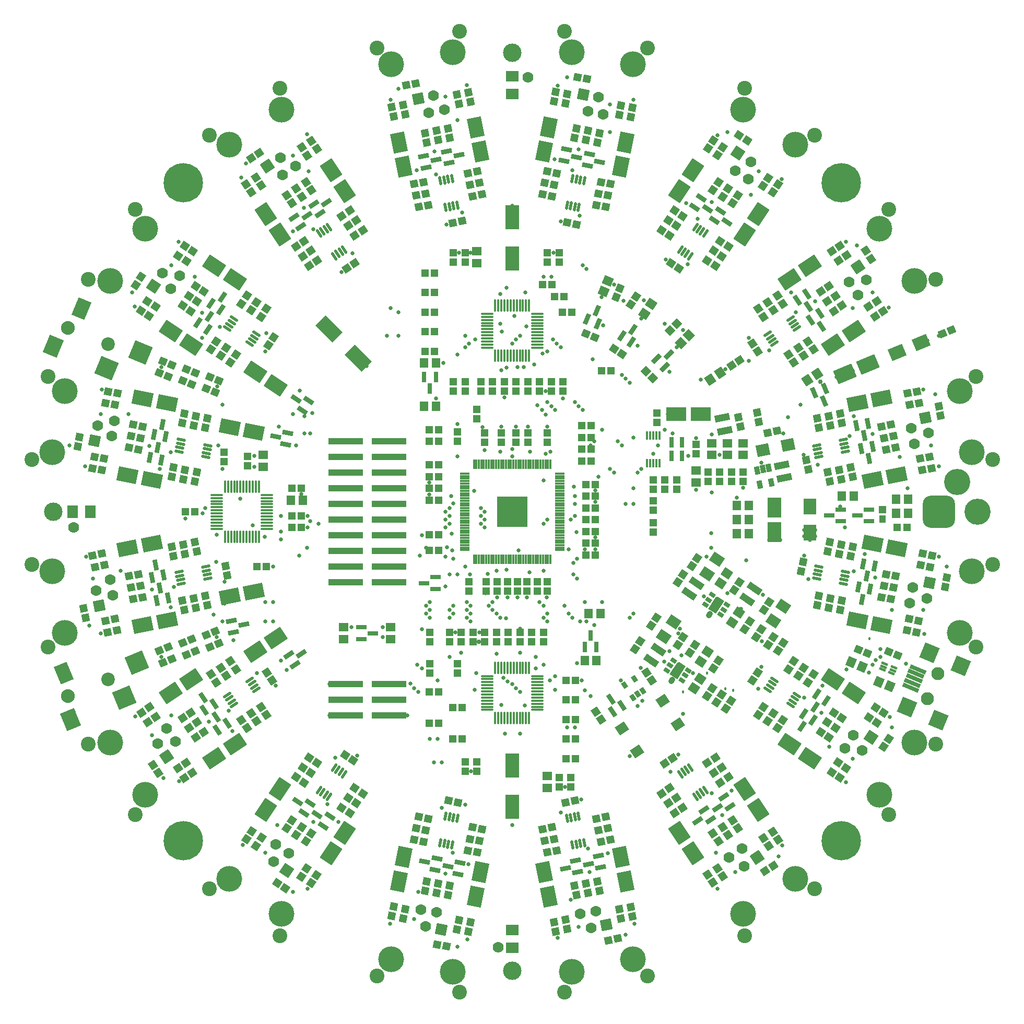
<source format=gts>
G04 Layer_Color=8388736*
%FSLAX25Y25*%
%MOIN*%
G70*
G01*
G75*
%ADD103C,0.03500*%
%ADD131C,0.02500*%
%ADD132C,0.03000*%
%ADD133C,0.07000*%
%ADD134C,0.04724*%
G04:AMPARAMS|DCode=142|XSize=47.37mil|YSize=49.34mil|CornerRadius=0mil|HoleSize=0mil|Usage=FLASHONLY|Rotation=247.500|XOffset=0mil|YOffset=0mil|HoleType=Round|Shape=Rectangle|*
%AMROTATEDRECTD142*
4,1,4,-0.01373,0.03132,0.03186,0.01244,0.01373,-0.03132,-0.03186,-0.01244,-0.01373,0.03132,0.0*
%
%ADD142ROTATEDRECTD142*%

G04:AMPARAMS|DCode=143|XSize=47.37mil|YSize=49.34mil|CornerRadius=0mil|HoleSize=0mil|Usage=FLASHONLY|Rotation=146.250|XOffset=0mil|YOffset=0mil|HoleType=Round|Shape=Rectangle|*
%AMROTATEDRECTD143*
4,1,4,0.03340,0.00735,0.00599,-0.03367,-0.03340,-0.00735,-0.00599,0.03367,0.03340,0.00735,0.0*
%
%ADD143ROTATEDRECTD143*%

G04:AMPARAMS|DCode=144|XSize=25.69mil|YSize=108.36mil|CornerRadius=0mil|HoleSize=0mil|Usage=FLASHONLY|Rotation=67.500|XOffset=0mil|YOffset=0mil|HoleType=Round|Shape=Rectangle|*
%AMROTATEDRECTD144*
4,1,4,0.04514,-0.03260,-0.05497,0.00887,-0.04514,0.03260,0.05497,-0.00887,0.04514,-0.03260,0.0*
%
%ADD144ROTATEDRECTD144*%

G04:AMPARAMS|DCode=145|XSize=98.55mil|YSize=102.49mil|CornerRadius=0mil|HoleSize=0mil|Usage=FLASHONLY|Rotation=157.500|XOffset=0mil|YOffset=0mil|HoleType=Round|Shape=Rectangle|*
%AMROTATEDRECTD145*
4,1,4,0.06514,0.02849,0.02592,-0.06620,-0.06514,-0.02849,-0.02592,0.06620,0.06514,0.02849,0.0*
%
%ADD145ROTATEDRECTD145*%

%ADD146R,0.06109X0.01187*%
%ADD147R,0.19698X0.19698*%
%ADD148R,0.01187X0.06109*%
G04:AMPARAMS|DCode=149|XSize=47.37mil|YSize=49.34mil|CornerRadius=0mil|HoleSize=0mil|Usage=FLASHONLY|Rotation=101.250|XOffset=0mil|YOffset=0mil|HoleType=Round|Shape=Rectangle|*
%AMROTATEDRECTD149*
4,1,4,0.02882,-0.01842,-0.01958,-0.02804,-0.02882,0.01842,0.01958,0.02804,0.02882,-0.01842,0.0*
%
%ADD149ROTATEDRECTD149*%

G04:AMPARAMS|DCode=150|XSize=74mil|YSize=82mil|CornerRadius=0mil|HoleSize=0mil|Usage=FLASHONLY|Rotation=101.250|XOffset=0mil|YOffset=0mil|HoleType=Round|Shape=Rectangle|*
%AMROTATEDRECTD150*
4,1,4,0.04743,-0.02829,-0.03299,-0.04429,-0.04743,0.02829,0.03299,0.04429,0.04743,-0.02829,0.0*
%
%ADD150ROTATEDRECTD150*%

%ADD151R,0.06115X0.05524*%
%ADD152R,0.04737X0.04934*%
G04:AMPARAMS|DCode=153|XSize=61.15mil|YSize=55.24mil|CornerRadius=0mil|HoleSize=0mil|Usage=FLASHONLY|Rotation=146.250|XOffset=0mil|YOffset=0mil|HoleType=Round|Shape=Rectangle|*
%AMROTATEDRECTD153*
4,1,4,0.04077,0.00598,0.01008,-0.03995,-0.04077,-0.00598,-0.01008,0.03995,0.04077,0.00598,0.0*
%
%ADD153ROTATEDRECTD153*%

%ADD154R,0.04934X0.04737*%
G04:AMPARAMS|DCode=155|XSize=29.13mil|YSize=40.95mil|CornerRadius=0mil|HoleSize=0mil|Usage=FLASHONLY|Rotation=213.750|XOffset=0mil|YOffset=0mil|HoleType=Round|Shape=Rectangle|*
%AMROTATEDRECTD155*
4,1,4,0.00074,0.02512,0.02349,-0.00893,-0.00074,-0.02512,-0.02349,0.00893,0.00074,0.02512,0.0*
%
%ADD155ROTATEDRECTD155*%

G04:AMPARAMS|DCode=156|XSize=29.65mil|YSize=69.02mil|CornerRadius=0mil|HoleSize=0mil|Usage=FLASHONLY|Rotation=213.750|XOffset=0mil|YOffset=0mil|HoleType=Round|Shape=Rectangle|*
%AMROTATEDRECTD156*
4,1,4,-0.00685,0.03693,0.03150,-0.02046,0.00685,-0.03693,-0.03150,0.02046,-0.00685,0.03693,0.0*
%
%ADD156ROTATEDRECTD156*%

G04:AMPARAMS|DCode=157|XSize=29.65mil|YSize=69.02mil|CornerRadius=0mil|HoleSize=0mil|Usage=FLASHONLY|Rotation=258.750|XOffset=0mil|YOffset=0mil|HoleType=Round|Shape=Rectangle|*
%AMROTATEDRECTD157*
4,1,4,-0.03096,0.02128,0.03674,0.00781,0.03096,-0.02128,-0.03674,-0.00781,-0.03096,0.02128,0.0*
%
%ADD157ROTATEDRECTD157*%

G04:AMPARAMS|DCode=158|XSize=29.65mil|YSize=69.02mil|CornerRadius=0mil|HoleSize=0mil|Usage=FLASHONLY|Rotation=281.250|XOffset=0mil|YOffset=0mil|HoleType=Round|Shape=Rectangle|*
%AMROTATEDRECTD158*
4,1,4,-0.03674,0.00781,0.03096,0.02128,0.03674,-0.00781,-0.03096,-0.02128,-0.03674,0.00781,0.0*
%
%ADD158ROTATEDRECTD158*%

G04:AMPARAMS|DCode=159|XSize=47.37mil|YSize=49.34mil|CornerRadius=0mil|HoleSize=0mil|Usage=FLASHONLY|Rotation=11.250|XOffset=0mil|YOffset=0mil|HoleType=Round|Shape=Rectangle|*
%AMROTATEDRECTD159*
4,1,4,-0.01842,-0.02882,-0.02804,0.01958,0.01842,0.02882,0.02804,-0.01958,-0.01842,-0.02882,0.0*
%
%ADD159ROTATEDRECTD159*%

G04:AMPARAMS|DCode=160|XSize=90.68mil|YSize=126.11mil|CornerRadius=0mil|HoleSize=0mil|Usage=FLASHONLY|Rotation=11.250|XOffset=0mil|YOffset=0mil|HoleType=Round|Shape=Rectangle|*
%AMROTATEDRECTD160*
4,1,4,-0.03217,-0.07069,-0.05677,0.05300,0.03217,0.07069,0.05677,-0.05300,-0.03217,-0.07069,0.0*
%
%ADD160ROTATEDRECTD160*%

G04:AMPARAMS|DCode=161|XSize=47.37mil|YSize=49.34mil|CornerRadius=0mil|HoleSize=0mil|Usage=FLASHONLY|Rotation=123.750|XOffset=0mil|YOffset=0mil|HoleType=Round|Shape=Rectangle|*
%AMROTATEDRECTD161*
4,1,4,0.03367,-0.00599,-0.00735,-0.03340,-0.03367,0.00599,0.00735,0.03340,0.03367,-0.00599,0.0*
%
%ADD161ROTATEDRECTD161*%

G04:AMPARAMS|DCode=162|XSize=29.65mil|YSize=69.02mil|CornerRadius=0mil|HoleSize=0mil|Usage=FLASHONLY|Rotation=303.750|XOffset=0mil|YOffset=0mil|HoleType=Round|Shape=Rectangle|*
%AMROTATEDRECTD162*
4,1,4,-0.03693,-0.00685,0.02046,0.03150,0.03693,0.00685,-0.02046,-0.03150,-0.03693,-0.00685,0.0*
%
%ADD162ROTATEDRECTD162*%

G04:AMPARAMS|DCode=163|XSize=47.37mil|YSize=49.34mil|CornerRadius=0mil|HoleSize=0mil|Usage=FLASHONLY|Rotation=213.750|XOffset=0mil|YOffset=0mil|HoleType=Round|Shape=Rectangle|*
%AMROTATEDRECTD163*
4,1,4,0.00599,0.03367,0.03340,-0.00735,-0.00599,-0.03367,-0.03340,0.00735,0.00599,0.03367,0.0*
%
%ADD163ROTATEDRECTD163*%

G04:AMPARAMS|DCode=164|XSize=90.68mil|YSize=126.11mil|CornerRadius=0mil|HoleSize=0mil|Usage=FLASHONLY|Rotation=33.750|XOffset=0mil|YOffset=0mil|HoleType=Round|Shape=Rectangle|*
%AMROTATEDRECTD164*
4,1,4,-0.00267,-0.07762,-0.07273,0.02724,0.00267,0.07762,0.07273,-0.02724,-0.00267,-0.07762,0.0*
%
%ADD164ROTATEDRECTD164*%

G04:AMPARAMS|DCode=165|XSize=18.95mil|YSize=60.24mil|CornerRadius=0mil|HoleSize=0mil|Usage=FLASHONLY|Rotation=236.250|XOffset=0mil|YOffset=0mil|HoleType=Round|Shape=Round|*
%AMOVALD165*
21,1,0.04129,0.01895,0.00000,0.00000,326.3*
1,1,0.01895,-0.01716,0.01147*
1,1,0.01895,0.01716,-0.01147*
%
%ADD165OVALD165*%

G04:AMPARAMS|DCode=166|XSize=47.37mil|YSize=49.34mil|CornerRadius=0mil|HoleSize=0mil|Usage=FLASHONLY|Rotation=168.750|XOffset=0mil|YOffset=0mil|HoleType=Round|Shape=Rectangle|*
%AMROTATEDRECTD166*
4,1,4,0.02804,0.01958,0.01842,-0.02882,-0.02804,-0.01958,-0.01842,0.02882,0.02804,0.01958,0.0*
%
%ADD166ROTATEDRECTD166*%

G04:AMPARAMS|DCode=167|XSize=29.65mil|YSize=69.02mil|CornerRadius=0mil|HoleSize=0mil|Usage=FLASHONLY|Rotation=326.250|XOffset=0mil|YOffset=0mil|HoleType=Round|Shape=Rectangle|*
%AMROTATEDRECTD167*
4,1,4,-0.03150,-0.02046,0.00685,0.03693,0.03150,0.02046,-0.00685,-0.03693,-0.03150,-0.02046,0.0*
%
%ADD167ROTATEDRECTD167*%

G04:AMPARAMS|DCode=168|XSize=90.68mil|YSize=126.11mil|CornerRadius=0mil|HoleSize=0mil|Usage=FLASHONLY|Rotation=56.250|XOffset=0mil|YOffset=0mil|HoleType=Round|Shape=Rectangle|*
%AMROTATEDRECTD168*
4,1,4,0.02724,-0.07273,-0.07762,-0.00267,-0.02724,0.07273,0.07762,0.00267,0.02724,-0.07273,0.0*
%
%ADD168ROTATEDRECTD168*%

G04:AMPARAMS|DCode=169|XSize=47.37mil|YSize=49.34mil|CornerRadius=0mil|HoleSize=0mil|Usage=FLASHONLY|Rotation=56.250|XOffset=0mil|YOffset=0mil|HoleType=Round|Shape=Rectangle|*
%AMROTATEDRECTD169*
4,1,4,0.00735,-0.03340,-0.03367,-0.00599,-0.00735,0.03340,0.03367,0.00599,0.00735,-0.03340,0.0*
%
%ADD169ROTATEDRECTD169*%

G04:AMPARAMS|DCode=170|XSize=15.75mil|YSize=42.91mil|CornerRadius=0mil|HoleSize=0mil|Usage=FLASHONLY|Rotation=67.500|XOffset=0mil|YOffset=0mil|HoleType=Round|Shape=Rectangle|*
%AMROTATEDRECTD170*
4,1,4,0.01681,-0.01549,-0.02284,0.00094,-0.01681,0.01549,0.02284,-0.00094,0.01681,-0.01549,0.0*
%
%ADD170ROTATEDRECTD170*%

G04:AMPARAMS|DCode=171|XSize=61.15mil|YSize=55.24mil|CornerRadius=0mil|HoleSize=0mil|Usage=FLASHONLY|Rotation=247.500|XOffset=0mil|YOffset=0mil|HoleType=Round|Shape=Rectangle|*
%AMROTATEDRECTD171*
4,1,4,-0.01382,0.03882,0.03722,0.01768,0.01382,-0.03882,-0.03722,-0.01768,-0.01382,0.03882,0.0*
%
%ADD171ROTATEDRECTD171*%

G04:AMPARAMS|DCode=172|XSize=29.65mil|YSize=69.02mil|CornerRadius=0mil|HoleSize=0mil|Usage=FLASHONLY|Rotation=348.750|XOffset=0mil|YOffset=0mil|HoleType=Round|Shape=Rectangle|*
%AMROTATEDRECTD172*
4,1,4,-0.02128,-0.03096,-0.00781,0.03674,0.02128,0.03096,0.00781,-0.03674,-0.02128,-0.03096,0.0*
%
%ADD172ROTATEDRECTD172*%

G04:AMPARAMS|DCode=173|XSize=90.68mil|YSize=126.11mil|CornerRadius=0mil|HoleSize=0mil|Usage=FLASHONLY|Rotation=78.750|XOffset=0mil|YOffset=0mil|HoleType=Round|Shape=Rectangle|*
%AMROTATEDRECTD173*
4,1,4,0.05300,-0.05677,-0.07069,-0.03217,-0.05300,0.05677,0.07069,0.03217,0.05300,-0.05677,0.0*
%
%ADD173ROTATEDRECTD173*%

G04:AMPARAMS|DCode=174|XSize=47.37mil|YSize=49.34mil|CornerRadius=0mil|HoleSize=0mil|Usage=FLASHONLY|Rotation=78.750|XOffset=0mil|YOffset=0mil|HoleType=Round|Shape=Rectangle|*
%AMROTATEDRECTD174*
4,1,4,0.01958,-0.02804,-0.02882,-0.01842,-0.01958,0.02804,0.02882,0.01842,0.01958,-0.02804,0.0*
%
%ADD174ROTATEDRECTD174*%

G04:AMPARAMS|DCode=175|XSize=18.95mil|YSize=60.24mil|CornerRadius=0mil|HoleSize=0mil|Usage=FLASHONLY|Rotation=258.750|XOffset=0mil|YOffset=0mil|HoleType=Round|Shape=Round|*
%AMOVALD175*
21,1,0.04129,0.01895,0.00000,0.00000,348.8*
1,1,0.01895,-0.02025,0.00403*
1,1,0.01895,0.02025,-0.00403*
%
%ADD175OVALD175*%

%ADD176R,0.06902X0.02965*%
%ADD177R,0.05524X0.06115*%
G04:AMPARAMS|DCode=178|XSize=29.65mil|YSize=69.02mil|CornerRadius=0mil|HoleSize=0mil|Usage=FLASHONLY|Rotation=11.250|XOffset=0mil|YOffset=0mil|HoleType=Round|Shape=Rectangle|*
%AMROTATEDRECTD178*
4,1,4,-0.00781,-0.03674,-0.02128,0.03096,0.00781,0.03674,0.02128,-0.03096,-0.00781,-0.03674,0.0*
%
%ADD178ROTATEDRECTD178*%

G04:AMPARAMS|DCode=179|XSize=90.68mil|YSize=126.11mil|CornerRadius=0mil|HoleSize=0mil|Usage=FLASHONLY|Rotation=101.250|XOffset=0mil|YOffset=0mil|HoleType=Round|Shape=Rectangle|*
%AMROTATEDRECTD179*
4,1,4,0.07069,-0.03217,-0.05300,-0.05677,-0.07069,0.03217,0.05300,0.05677,0.07069,-0.03217,0.0*
%
%ADD179ROTATEDRECTD179*%

G04:AMPARAMS|DCode=180|XSize=29.65mil|YSize=69.02mil|CornerRadius=0mil|HoleSize=0mil|Usage=FLASHONLY|Rotation=56.250|XOffset=0mil|YOffset=0mil|HoleType=Round|Shape=Rectangle|*
%AMROTATEDRECTD180*
4,1,4,0.02046,-0.03150,-0.03693,0.00685,-0.02046,0.03150,0.03693,-0.00685,0.02046,-0.03150,0.0*
%
%ADD180ROTATEDRECTD180*%

G04:AMPARAMS|DCode=181|XSize=90.68mil|YSize=126.11mil|CornerRadius=0mil|HoleSize=0mil|Usage=FLASHONLY|Rotation=123.750|XOffset=0mil|YOffset=0mil|HoleType=Round|Shape=Rectangle|*
%AMROTATEDRECTD181*
4,1,4,0.07762,-0.00267,-0.02724,-0.07273,-0.07762,0.00267,0.02724,0.07273,0.07762,-0.00267,0.0*
%
%ADD181ROTATEDRECTD181*%

G04:AMPARAMS|DCode=182|XSize=90.68mil|YSize=126.11mil|CornerRadius=0mil|HoleSize=0mil|Usage=FLASHONLY|Rotation=146.250|XOffset=0mil|YOffset=0mil|HoleType=Round|Shape=Rectangle|*
%AMROTATEDRECTD182*
4,1,4,0.07273,0.02724,0.00267,-0.07762,-0.07273,-0.02724,-0.00267,0.07762,0.07273,0.02724,0.0*
%
%ADD182ROTATEDRECTD182*%

%ADD183R,0.04337X0.04534*%
G04:AMPARAMS|DCode=184|XSize=90.68mil|YSize=126.11mil|CornerRadius=0mil|HoleSize=0mil|Usage=FLASHONLY|Rotation=168.750|XOffset=0mil|YOffset=0mil|HoleType=Round|Shape=Rectangle|*
%AMROTATEDRECTD184*
4,1,4,0.05677,0.05300,0.03217,-0.07069,-0.05677,-0.05300,-0.03217,0.07069,0.05677,0.05300,0.0*
%
%ADD184ROTATEDRECTD184*%

G04:AMPARAMS|DCode=185|XSize=18.95mil|YSize=60.24mil|CornerRadius=0mil|HoleSize=0mil|Usage=FLASHONLY|Rotation=348.750|XOffset=0mil|YOffset=0mil|HoleType=Round|Shape=Round|*
%AMOVALD185*
21,1,0.04129,0.01895,0.00000,0.00000,78.8*
1,1,0.01895,-0.00403,-0.02025*
1,1,0.01895,0.00403,0.02025*
%
%ADD185OVALD185*%

G04:AMPARAMS|DCode=186|XSize=18.95mil|YSize=60.24mil|CornerRadius=0mil|HoleSize=0mil|Usage=FLASHONLY|Rotation=123.750|XOffset=0mil|YOffset=0mil|HoleType=Round|Shape=Round|*
%AMOVALD186*
21,1,0.04129,0.01895,0.00000,0.00000,213.8*
1,1,0.01895,0.01716,0.01147*
1,1,0.01895,-0.01716,-0.01147*
%
%ADD186OVALD186*%

G04:AMPARAMS|DCode=187|XSize=18.95mil|YSize=60.24mil|CornerRadius=0mil|HoleSize=0mil|Usage=FLASHONLY|Rotation=191.250|XOffset=0mil|YOffset=0mil|HoleType=Round|Shape=Round|*
%AMOVALD187*
21,1,0.04129,0.01895,0.00000,0.00000,281.3*
1,1,0.01895,-0.00403,0.02025*
1,1,0.01895,0.00403,-0.02025*
%
%ADD187OVALD187*%

G04:AMPARAMS|DCode=188|XSize=18.95mil|YSize=60.24mil|CornerRadius=0mil|HoleSize=0mil|Usage=FLASHONLY|Rotation=326.250|XOffset=0mil|YOffset=0mil|HoleType=Round|Shape=Round|*
%AMOVALD188*
21,1,0.04129,0.01895,0.00000,0.00000,56.3*
1,1,0.01895,-0.01147,-0.01716*
1,1,0.01895,0.01147,0.01716*
%
%ADD188OVALD188*%

G04:AMPARAMS|DCode=189|XSize=18.95mil|YSize=60.24mil|CornerRadius=0mil|HoleSize=0mil|Usage=FLASHONLY|Rotation=33.750|XOffset=0mil|YOffset=0mil|HoleType=Round|Shape=Round|*
%AMOVALD189*
21,1,0.04129,0.01895,0.00000,0.00000,123.8*
1,1,0.01895,0.01147,-0.01716*
1,1,0.01895,-0.01147,0.01716*
%
%ADD189OVALD189*%

G04:AMPARAMS|DCode=190|XSize=18.95mil|YSize=60.24mil|CornerRadius=0mil|HoleSize=0mil|Usage=FLASHONLY|Rotation=101.250|XOffset=0mil|YOffset=0mil|HoleType=Round|Shape=Round|*
%AMOVALD190*
21,1,0.04129,0.01895,0.00000,0.00000,191.3*
1,1,0.01895,0.02025,0.00403*
1,1,0.01895,-0.02025,-0.00403*
%
%ADD190OVALD190*%

G04:AMPARAMS|DCode=191|XSize=61.15mil|YSize=55.24mil|CornerRadius=0mil|HoleSize=0mil|Usage=FLASHONLY|Rotation=123.750|XOffset=0mil|YOffset=0mil|HoleType=Round|Shape=Rectangle|*
%AMROTATEDRECTD191*
4,1,4,0.03995,-0.01008,-0.00598,-0.04077,-0.03995,0.01008,0.00598,0.04077,0.03995,-0.01008,0.0*
%
%ADD191ROTATEDRECTD191*%

%ADD192R,0.09068X0.12611*%
G04:AMPARAMS|DCode=193|XSize=78.87mil|YSize=65.09mil|CornerRadius=0mil|HoleSize=0mil|Usage=FLASHONLY|Rotation=146.250|XOffset=0mil|YOffset=0mil|HoleType=Round|Shape=Rectangle|*
%AMROTATEDRECTD193*
4,1,4,0.05087,0.00515,0.01471,-0.04897,-0.05087,-0.00515,-0.01471,0.04897,0.05087,0.00515,0.0*
%
%ADD193ROTATEDRECTD193*%

%ADD194R,0.12611X0.09068*%
G04:AMPARAMS|DCode=195|XSize=90.68mil|YSize=126.11mil|CornerRadius=0mil|HoleSize=0mil|Usage=FLASHONLY|Rotation=292.500|XOffset=0mil|YOffset=0mil|HoleType=Round|Shape=Rectangle|*
%AMROTATEDRECTD195*
4,1,4,-0.07561,0.01776,0.04091,0.06602,0.07561,-0.01776,-0.04091,-0.06602,-0.07561,0.01776,0.0*
%
%ADD195ROTATEDRECTD195*%

%ADD196R,0.09068X0.15367*%
G04:AMPARAMS|DCode=197|XSize=61.15mil|YSize=55.24mil|CornerRadius=0mil|HoleSize=0mil|Usage=FLASHONLY|Rotation=135.000|XOffset=0mil|YOffset=0mil|HoleType=Round|Shape=Rectangle|*
%AMROTATEDRECTD197*
4,1,4,0.04115,-0.00209,0.00209,-0.04115,-0.04115,0.00209,-0.00209,0.04115,0.04115,-0.00209,0.0*
%
%ADD197ROTATEDRECTD197*%

G04:AMPARAMS|DCode=198|XSize=61.15mil|YSize=55.24mil|CornerRadius=0mil|HoleSize=0mil|Usage=FLASHONLY|Rotation=157.500|XOffset=0mil|YOffset=0mil|HoleType=Round|Shape=Rectangle|*
%AMROTATEDRECTD198*
4,1,4,0.03882,0.01382,0.01768,-0.03722,-0.03882,-0.01382,-0.01768,0.03722,0.03882,0.01382,0.0*
%
%ADD198ROTATEDRECTD198*%

G04:AMPARAMS|DCode=199|XSize=78.87mil|YSize=98.55mil|CornerRadius=0mil|HoleSize=0mil|Usage=FLASHONLY|Rotation=292.500|XOffset=0mil|YOffset=0mil|HoleType=Round|Shape=Rectangle|*
%AMROTATEDRECTD199*
4,1,4,-0.06062,0.01758,0.03043,0.05529,0.06062,-0.01758,-0.03043,-0.05529,-0.06062,0.01758,0.0*
%
%ADD199ROTATEDRECTD199*%

%ADD200R,0.07887X0.09855*%
G04:AMPARAMS|DCode=201|XSize=118.11mil|YSize=118.11mil|CornerRadius=59.06mil|HoleSize=0mil|Usage=FLASHONLY|Rotation=270.000|XOffset=0mil|YOffset=0mil|HoleType=Round|Shape=RoundedRectangle|*
%AMROUNDEDRECTD201*
21,1,0.11811,0.00000,0,0,270.0*
21,1,0.00000,0.11811,0,0,270.0*
1,1,0.11811,0.00000,0.00000*
1,1,0.11811,0.00000,0.00000*
1,1,0.11811,0.00000,0.00000*
1,1,0.11811,0.00000,0.00000*
%
%ADD201ROUNDEDRECTD201*%
G04:AMPARAMS|DCode=202|XSize=118.11mil|YSize=118.11mil|CornerRadius=59.06mil|HoleSize=0mil|Usage=FLASHONLY|Rotation=180.000|XOffset=0mil|YOffset=0mil|HoleType=Round|Shape=RoundedRectangle|*
%AMROUNDEDRECTD202*
21,1,0.11811,0.00000,0,0,180.0*
21,1,0.00000,0.11811,0,0,180.0*
1,1,0.11811,0.00000,0.00000*
1,1,0.11811,0.00000,0.00000*
1,1,0.11811,0.00000,0.00000*
1,1,0.11811,0.00000,0.00000*
%
%ADD202ROUNDEDRECTD202*%
%ADD203R,0.21843X0.04449*%
G04:AMPARAMS|DCode=204|XSize=94.61mil|YSize=43.43mil|CornerRadius=0mil|HoleSize=0mil|Usage=FLASHONLY|Rotation=146.250|XOffset=0mil|YOffset=0mil|HoleType=Round|Shape=Rectangle|*
%AMROTATEDRECTD204*
4,1,4,0.05140,-0.00823,0.02727,-0.04434,-0.05140,0.00823,-0.02727,0.04434,0.05140,-0.00823,0.0*
%
%ADD204ROTATEDRECTD204*%

G04:AMPARAMS|DCode=205|XSize=94.61mil|YSize=43.43mil|CornerRadius=0mil|HoleSize=0mil|Usage=FLASHONLY|Rotation=191.250|XOffset=0mil|YOffset=0mil|HoleType=Round|Shape=Rectangle|*
%AMROTATEDRECTD205*
4,1,4,0.04216,0.03053,0.05064,-0.01207,-0.04216,-0.03053,-0.05064,0.01207,0.04216,0.03053,0.0*
%
%ADD205ROTATEDRECTD205*%

G04:AMPARAMS|DCode=206|XSize=29.65mil|YSize=69.02mil|CornerRadius=0mil|HoleSize=0mil|Usage=FLASHONLY|Rotation=135.000|XOffset=0mil|YOffset=0mil|HoleType=Round|Shape=Rectangle|*
%AMROTATEDRECTD206*
4,1,4,0.03489,0.01392,-0.01392,-0.03489,-0.03489,-0.01392,0.01392,0.03489,0.03489,0.01392,0.0*
%
%ADD206ROTATEDRECTD206*%

G04:AMPARAMS|DCode=207|XSize=29.65mil|YSize=69.02mil|CornerRadius=0mil|HoleSize=0mil|Usage=FLASHONLY|Rotation=157.500|XOffset=0mil|YOffset=0mil|HoleType=Round|Shape=Rectangle|*
%AMROTATEDRECTD207*
4,1,4,0.02691,0.02621,0.00049,-0.03756,-0.02691,-0.02621,-0.00049,0.03756,0.02691,0.02621,0.0*
%
%ADD207ROTATEDRECTD207*%

G04:AMPARAMS|DCode=208|XSize=47.37mil|YSize=49.34mil|CornerRadius=0mil|HoleSize=0mil|Usage=FLASHONLY|Rotation=337.500|XOffset=0mil|YOffset=0mil|HoleType=Round|Shape=Rectangle|*
%AMROTATEDRECTD208*
4,1,4,-0.03132,-0.01373,-0.01244,0.03186,0.03132,0.01373,0.01244,-0.03186,-0.03132,-0.01373,0.0*
%
%ADD208ROTATEDRECTD208*%

G04:AMPARAMS|DCode=209|XSize=47.37mil|YSize=49.34mil|CornerRadius=0mil|HoleSize=0mil|Usage=FLASHONLY|Rotation=315.000|XOffset=0mil|YOffset=0mil|HoleType=Round|Shape=Rectangle|*
%AMROTATEDRECTD209*
4,1,4,-0.03419,-0.00070,0.00070,0.03419,0.03419,0.00070,-0.00070,-0.03419,-0.03419,-0.00070,0.0*
%
%ADD209ROTATEDRECTD209*%

G04:AMPARAMS|DCode=210|XSize=47.37mil|YSize=49.34mil|CornerRadius=0mil|HoleSize=0mil|Usage=FLASHONLY|Rotation=225.000|XOffset=0mil|YOffset=0mil|HoleType=Round|Shape=Rectangle|*
%AMROTATEDRECTD210*
4,1,4,-0.00070,0.03419,0.03419,-0.00070,0.00070,-0.03419,-0.03419,0.00070,-0.00070,0.03419,0.0*
%
%ADD210ROTATEDRECTD210*%

G04:AMPARAMS|DCode=211|XSize=60.63mil|YSize=70.47mil|CornerRadius=0mil|HoleSize=0mil|Usage=FLASHONLY|Rotation=123.750|XOffset=0mil|YOffset=0mil|HoleType=Round|Shape=Rectangle|*
%AMROTATEDRECTD211*
4,1,4,0.04614,-0.00563,-0.01246,-0.04478,-0.04614,0.00563,0.01246,0.04478,0.04614,-0.00563,0.0*
%
%ADD211ROTATEDRECTD211*%

G04:AMPARAMS|DCode=212|XSize=29.65mil|YSize=69.02mil|CornerRadius=0mil|HoleSize=0mil|Usage=FLASHONLY|Rotation=22.500|XOffset=0mil|YOffset=0mil|HoleType=Round|Shape=Rectangle|*
%AMROTATEDRECTD212*
4,1,4,-0.00049,-0.03756,-0.02691,0.02621,0.00049,0.03756,0.02691,-0.02621,-0.00049,-0.03756,0.0*
%
%ADD212ROTATEDRECTD212*%

%ADD213R,0.01496X0.05827*%
%ADD214R,0.03110X0.06654*%
G04:AMPARAMS|DCode=215|XSize=39.5mil|YSize=25.72mil|CornerRadius=0mil|HoleSize=0mil|Usage=FLASHONLY|Rotation=326.250|XOffset=0mil|YOffset=0mil|HoleType=Round|Shape=Rectangle|*
%AMROTATEDRECTD215*
4,1,4,-0.02356,0.00028,-0.00928,0.02166,0.02356,-0.00028,0.00928,-0.02166,-0.02356,0.00028,0.0*
%
%ADD215ROTATEDRECTD215*%

%ADD216P,0.03080X4X371.3*%
G04:AMPARAMS|DCode=217|XSize=33.59mil|YSize=51.31mil|CornerRadius=0mil|HoleSize=0mil|Usage=FLASHONLY|Rotation=11.250|XOffset=0mil|YOffset=0mil|HoleType=Round|Shape=Rectangle|*
%AMROTATEDRECTD217*
4,1,4,-0.01147,-0.02844,-0.02148,0.02188,0.01147,0.02844,0.02148,-0.02188,-0.01147,-0.02844,0.0*
%
%ADD217ROTATEDRECTD217*%

%ADD218R,0.02965X0.06902*%
G04:AMPARAMS|DCode=219|XSize=16.54mil|YSize=77.56mil|CornerRadius=5.32mil|HoleSize=0mil|Usage=FLASHONLY|Rotation=180.000|XOffset=0mil|YOffset=0mil|HoleType=Round|Shape=RoundedRectangle|*
%AMROUNDEDRECTD219*
21,1,0.01654,0.06693,0,0,180.0*
21,1,0.00591,0.07756,0,0,180.0*
1,1,0.01063,-0.00295,0.03347*
1,1,0.01063,0.00295,0.03347*
1,1,0.01063,0.00295,-0.03347*
1,1,0.01063,-0.00295,-0.03347*
%
%ADD219ROUNDEDRECTD219*%
G04:AMPARAMS|DCode=220|XSize=16.54mil|YSize=77.56mil|CornerRadius=5.32mil|HoleSize=0mil|Usage=FLASHONLY|Rotation=90.000|XOffset=0mil|YOffset=0mil|HoleType=Round|Shape=RoundedRectangle|*
%AMROUNDEDRECTD220*
21,1,0.01654,0.06693,0,0,90.0*
21,1,0.00591,0.07756,0,0,90.0*
1,1,0.01063,0.03347,0.00295*
1,1,0.01063,0.03347,-0.00295*
1,1,0.01063,-0.03347,-0.00295*
1,1,0.01063,-0.03347,0.00295*
%
%ADD220ROUNDEDRECTD220*%
G04:AMPARAMS|DCode=221|XSize=90.68mil|YSize=153.67mil|CornerRadius=0mil|HoleSize=0mil|Usage=FLASHONLY|Rotation=45.000|XOffset=0mil|YOffset=0mil|HoleType=Round|Shape=Rectangle|*
%AMROTATEDRECTD221*
4,1,4,0.02227,-0.08639,-0.08639,0.02227,-0.02227,0.08639,0.08639,-0.02227,0.02227,-0.08639,0.0*
%
%ADD221ROTATEDRECTD221*%

G04:AMPARAMS|DCode=222|XSize=88.19mil|YSize=119.69mil|CornerRadius=0mil|HoleSize=0mil|Usage=FLASHONLY|Rotation=22.500|XOffset=0mil|YOffset=0mil|HoleType=Round|Shape=Rectangle|*
%AMROTATEDRECTD222*
4,1,4,-0.01784,-0.07216,-0.06364,0.03841,0.01784,0.07216,0.06364,-0.03841,-0.01784,-0.07216,0.0*
%
%ADD222ROTATEDRECTD222*%

%ADD223P,0.16926X4X67.5*%
G04:AMPARAMS|DCode=224|XSize=96.06mil|YSize=119.69mil|CornerRadius=0mil|HoleSize=0mil|Usage=FLASHONLY|Rotation=22.500|XOffset=0mil|YOffset=0mil|HoleType=Round|Shape=Rectangle|*
%AMROTATEDRECTD224*
4,1,4,-0.02148,-0.07367,-0.06728,0.03691,0.02148,0.07367,0.06728,-0.03691,-0.02148,-0.07367,0.0*
%
%ADD224ROTATEDRECTD224*%

G04:AMPARAMS|DCode=225|XSize=88.19mil|YSize=119.69mil|CornerRadius=0mil|HoleSize=0mil|Usage=FLASHONLY|Rotation=337.500|XOffset=0mil|YOffset=0mil|HoleType=Round|Shape=Rectangle|*
%AMROTATEDRECTD225*
4,1,4,-0.06364,-0.03841,-0.01784,0.07216,0.06364,0.03841,0.01784,-0.07216,-0.06364,-0.03841,0.0*
%
%ADD225ROTATEDRECTD225*%

%ADD226P,0.16926X4X382.5*%
G04:AMPARAMS|DCode=227|XSize=96.06mil|YSize=119.69mil|CornerRadius=0mil|HoleSize=0mil|Usage=FLASHONLY|Rotation=337.500|XOffset=0mil|YOffset=0mil|HoleType=Round|Shape=Rectangle|*
%AMROTATEDRECTD227*
4,1,4,-0.06728,-0.03691,-0.02148,0.07367,0.06728,0.03691,0.02148,-0.07367,-0.06728,-0.03691,0.0*
%
%ADD227ROTATEDRECTD227*%

%ADD228R,0.06509X0.07887*%
G04:AMPARAMS|DCode=229|XSize=47.37mil|YSize=49.34mil|CornerRadius=0mil|HoleSize=0mil|Usage=FLASHONLY|Rotation=112.500|XOffset=0mil|YOffset=0mil|HoleType=Round|Shape=Rectangle|*
%AMROTATEDRECTD229*
4,1,4,0.03186,-0.01244,-0.01373,-0.03132,-0.03186,0.01244,0.01373,0.03132,0.03186,-0.01244,0.0*
%
%ADD229ROTATEDRECTD229*%

%ADD230R,0.07887X0.06509*%
%ADD231C,0.08300*%
%ADD232C,0.09445*%
%ADD233P,0.09822X4X146.3*%
%ADD234C,0.06945*%
%ADD235C,0.16445*%
%ADD236P,0.09822X4X168.8*%
%ADD237P,0.09822X4X191.3*%
%ADD238P,0.09822X4X213.8*%
%ADD239P,0.09822X4X236.3*%
%ADD240P,0.09822X4X258.8*%
%ADD241P,0.09822X4X281.3*%
%ADD242P,0.09822X4X303.8*%
%ADD243C,0.16693*%
G04:AMPARAMS|DCode=244|XSize=206.3mil|YSize=206.3mil|CornerRadius=53.94mil|HoleSize=0mil|Usage=FLASHONLY|Rotation=90.000|XOffset=0mil|YOffset=0mil|HoleType=Round|Shape=RoundedRectangle|*
%AMROUNDEDRECTD244*
21,1,0.20630,0.09843,0,0,90.0*
21,1,0.09843,0.20630,0,0,90.0*
1,1,0.10787,0.04921,0.04921*
1,1,0.10787,0.04921,-0.04921*
1,1,0.10787,-0.04921,-0.04921*
1,1,0.10787,-0.04921,0.04921*
%
%ADD244ROUNDEDRECTD244*%
G04:AMPARAMS|DCode=245|XSize=251.57mil|YSize=251.57mil|CornerRadius=125.79mil|HoleSize=0mil|Usage=FLASHONLY|Rotation=78.750|XOffset=0mil|YOffset=0mil|HoleType=Round|Shape=RoundedRectangle|*
%AMROUNDEDRECTD245*
21,1,0.25157,0.00000,0,0,78.8*
21,1,0.00000,0.25157,0,0,78.8*
1,1,0.25157,0.00000,0.00000*
1,1,0.25157,0.00000,0.00000*
1,1,0.25157,0.00000,0.00000*
1,1,0.25157,0.00000,0.00000*
%
%ADD245ROUNDEDRECTD245*%
G04:AMPARAMS|DCode=246|XSize=251.57mil|YSize=251.57mil|CornerRadius=125.79mil|HoleSize=0mil|Usage=FLASHONLY|Rotation=11.250|XOffset=0mil|YOffset=0mil|HoleType=Round|Shape=RoundedRectangle|*
%AMROUNDEDRECTD246*
21,1,0.25157,0.00000,0,0,11.3*
21,1,0.00000,0.25157,0,0,11.3*
1,1,0.25157,0.00000,0.00000*
1,1,0.25157,0.00000,0.00000*
1,1,0.25157,0.00000,0.00000*
1,1,0.25157,0.00000,0.00000*
%
%ADD246ROUNDEDRECTD246*%
G04:AMPARAMS|DCode=247|XSize=86.58mil|YSize=86.58mil|CornerRadius=43.29mil|HoleSize=0mil|Usage=FLASHONLY|Rotation=22.500|XOffset=0mil|YOffset=0mil|HoleType=Round|Shape=RoundedRectangle|*
%AMROUNDEDRECTD247*
21,1,0.08658,0.00000,0,0,22.5*
21,1,0.00000,0.08658,0,0,22.5*
1,1,0.08658,0.00000,0.00000*
1,1,0.08658,0.00000,0.00000*
1,1,0.08658,0.00000,0.00000*
1,1,0.08658,0.00000,0.00000*
%
%ADD247ROUNDEDRECTD247*%
G04:AMPARAMS|DCode=248|XSize=88.19mil|YSize=88.19mil|CornerRadius=44.09mil|HoleSize=0mil|Usage=FLASHONLY|Rotation=22.500|XOffset=0mil|YOffset=0mil|HoleType=Round|Shape=RoundedRectangle|*
%AMROUNDEDRECTD248*
21,1,0.08819,0.00000,0,0,22.5*
21,1,0.00000,0.08819,0,0,22.5*
1,1,0.08819,0.00000,0.00000*
1,1,0.08819,0.00000,0.00000*
1,1,0.08819,0.00000,0.00000*
1,1,0.08819,0.00000,0.00000*
%
%ADD248ROUNDEDRECTD248*%
G04:AMPARAMS|DCode=249|XSize=86.58mil|YSize=86.58mil|CornerRadius=43.29mil|HoleSize=0mil|Usage=FLASHONLY|Rotation=337.500|XOffset=0mil|YOffset=0mil|HoleType=Round|Shape=RoundedRectangle|*
%AMROUNDEDRECTD249*
21,1,0.08658,0.00000,0,0,337.5*
21,1,0.00000,0.08658,0,0,337.5*
1,1,0.08658,0.00000,0.00000*
1,1,0.08658,0.00000,0.00000*
1,1,0.08658,0.00000,0.00000*
1,1,0.08658,0.00000,0.00000*
%
%ADD249ROUNDEDRECTD249*%
G04:AMPARAMS|DCode=250|XSize=88.19mil|YSize=88.19mil|CornerRadius=44.09mil|HoleSize=0mil|Usage=FLASHONLY|Rotation=337.500|XOffset=0mil|YOffset=0mil|HoleType=Round|Shape=RoundedRectangle|*
%AMROUNDEDRECTD250*
21,1,0.08819,0.00000,0,0,337.5*
21,1,0.00000,0.08819,0,0,337.5*
1,1,0.08819,0.00000,0.00000*
1,1,0.08819,0.00000,0.00000*
1,1,0.08819,0.00000,0.00000*
1,1,0.08819,0.00000,0.00000*
%
%ADD250ROUNDEDRECTD250*%
%ADD251C,0.01800*%
G36*
X135443Y-56877D02*
X129974Y-65061D01*
X125064Y-61780D01*
X129986Y-54414D01*
X131351Y-54143D01*
X135443Y-56877D01*
D02*
G37*
G36*
X110803Y-98768D02*
X105335Y-106952D01*
X100425Y-103671D01*
X105346Y-96305D01*
X106711Y-96034D01*
X110803Y-98768D01*
D02*
G37*
D103*
X101500Y-108000D02*
X102078Y-107047D01*
X125500Y-66000D02*
X126130Y-65090D01*
D131*
X109000Y-129000D02*
D03*
X115500Y-103000D02*
D03*
X27500Y-113500D02*
D03*
X-23000Y-103000D02*
D03*
X-38500Y-14000D02*
D03*
X-38250Y-24750D02*
D03*
X33500Y-60000D02*
D03*
X38500Y-67500D02*
D03*
X36000Y-65000D02*
D03*
X22000Y-54500D02*
D03*
X-3500Y-37000D02*
D03*
X-15500Y-39500D02*
D03*
X173000Y50000D02*
D03*
X57000Y137000D02*
D03*
X65000Y145000D02*
D03*
X82361Y123361D02*
D03*
X84000Y135000D02*
D03*
X105000Y105000D02*
D03*
X109000Y116000D02*
D03*
X136000Y91000D02*
D03*
X80000Y-124000D02*
D03*
X69500Y-107500D02*
D03*
X82000Y-99500D02*
D03*
X83000Y-120500D02*
D03*
X-42500Y-47500D02*
D03*
X-40000Y-40000D02*
D03*
X-67000Y-130000D02*
D03*
X52250Y-72250D02*
D03*
X-96500Y-130000D02*
D03*
X-116500D02*
D03*
X-96500Y-110000D02*
D03*
X-116500D02*
D03*
X-65000Y-109500D02*
D03*
X-60500Y-97500D02*
D03*
X-52500Y-57500D02*
D03*
Y-67500D02*
D03*
Y-62500D02*
D03*
X-55000Y-65000D02*
D03*
Y-60000D02*
D03*
X-59000Y-28000D02*
D03*
X-55000Y-23000D02*
D03*
X-41500Y-22500D02*
D03*
X-62500Y-112500D02*
D03*
X-57500Y-100000D02*
D03*
X-60000Y-115000D02*
D03*
X-47500Y-107500D02*
D03*
X-32500Y-90000D02*
D03*
X-40000Y-92500D02*
D03*
X57500Y-57500D02*
D03*
X272500Y112500D02*
D03*
X-4000Y-68000D02*
D03*
X-7500Y139000D02*
D03*
X-3500Y143000D02*
D03*
X232000Y-94500D02*
D03*
X5000Y-74500D02*
D03*
X43500Y-70000D02*
D03*
X46500Y-57500D02*
D03*
X-26500Y-60000D02*
D03*
Y-65000D02*
D03*
Y-70000D02*
D03*
X-29000Y-67500D02*
D03*
Y-62500D02*
D03*
Y-57500D02*
D03*
X-37500Y5500D02*
D03*
Y-30000D02*
D03*
X-42500Y-28500D02*
D03*
X-3500Y92000D02*
D03*
X26000Y110000D02*
D03*
X28500Y107500D02*
D03*
X31000Y105000D02*
D03*
X-3083Y-108417D02*
D03*
X0Y-110000D02*
D03*
X-5500Y-106000D02*
D03*
X-23500Y110000D02*
D03*
X-6500Y115000D02*
D03*
X-208602Y-4398D02*
D03*
X-188543Y-14457D02*
D03*
X-30000Y112500D02*
D03*
X0Y35500D02*
D03*
X-7500Y38500D02*
D03*
X11500D02*
D03*
X-35000Y35500D02*
D03*
X-10000Y-37500D02*
D03*
X11000Y-38500D02*
D03*
X36000Y-24000D02*
D03*
X3937Y-24563D02*
D03*
X46500Y-24000D02*
D03*
X77500Y-65000D02*
D03*
X-157500Y-70000D02*
D03*
Y-57500D02*
D03*
X-183500Y-58500D02*
D03*
X-190500Y-65500D02*
D03*
X41500Y-42500D02*
D03*
X39000Y-40000D02*
D03*
X41500Y-30000D02*
D03*
X39000Y-32500D02*
D03*
X122500Y-54000D02*
D03*
X127000Y-23000D02*
D03*
Y-13500D02*
D03*
X100500Y-89000D02*
D03*
X108000Y-91500D02*
D03*
X149500Y-31000D02*
D03*
X209500Y3500D02*
D03*
X-40000Y-67500D02*
D03*
Y-62500D02*
D03*
X-37500Y-60000D02*
D03*
Y-65000D02*
D03*
X22500Y-70000D02*
D03*
X47500D02*
D03*
X20000Y-67500D02*
D03*
X22500Y-65000D02*
D03*
X17500Y-57500D02*
D03*
X20000Y-60000D02*
D03*
X72500Y5000D02*
D03*
X77500D02*
D03*
Y15000D02*
D03*
X80000Y25000D02*
D03*
X82500Y27500D02*
D03*
X93000Y42500D02*
D03*
X-47500Y-145000D02*
D03*
X-52500D02*
D03*
X-50000Y-160000D02*
D03*
X-45000D02*
D03*
X22500Y102500D02*
D03*
X14000Y94000D02*
D03*
X0Y40000D02*
D03*
X41000Y-13000D02*
D03*
X20000Y-37500D02*
D03*
X-245000Y62500D02*
D03*
X-262500D02*
D03*
X-202500Y150000D02*
D03*
X-217500Y157500D02*
D03*
X-130000Y217500D02*
D03*
X-140000Y227500D02*
D03*
X-35000Y250000D02*
D03*
X-42500Y265000D02*
D03*
X62500Y242500D02*
D03*
Y260000D02*
D03*
X152500Y202500D02*
D03*
X157500Y217500D02*
D03*
X217500Y130000D02*
D03*
X230000Y140000D02*
D03*
X247500Y35000D02*
D03*
X267500Y42500D02*
D03*
X-140000Y62500D02*
D03*
X-132500Y50000D02*
D03*
X-152500Y-70000D02*
D03*
Y-57500D02*
D03*
X-60000Y-242500D02*
D03*
X-62500Y-260000D02*
D03*
X-150000Y-200000D02*
D03*
X-157500Y-217500D02*
D03*
X-217500Y-130000D02*
D03*
X-230000Y-142500D02*
D03*
X-250000Y-37500D02*
D03*
X-267500Y-42500D02*
D03*
X42500Y-265000D02*
D03*
X130000Y-217500D02*
D03*
X142500Y-230000D02*
D03*
X202500Y-150000D02*
D03*
X217500Y-157500D02*
D03*
X235000Y-87500D02*
D03*
Y-92500D02*
D03*
X227600Y-102500D02*
D03*
X230000Y-97500D02*
D03*
X242500Y-62500D02*
D03*
X262500D02*
D03*
X37500Y-247500D02*
D03*
X-27500Y107500D02*
D03*
X5000Y112500D02*
D03*
X2500Y110000D02*
D03*
X0Y107500D02*
D03*
X-7500Y120000D02*
D03*
X-30000Y105000D02*
D03*
X2500Y-112500D02*
D03*
X5000Y-115000D02*
D03*
X15000Y-92500D02*
D03*
Y-100000D02*
D03*
X20000Y-97500D02*
D03*
X67500Y45000D02*
D03*
X70000Y42500D02*
D03*
X77500Y47500D02*
D03*
X20000Y20000D02*
D03*
X-5000Y-5000D02*
D03*
X5000D02*
D03*
Y5000D02*
D03*
X-5000D02*
D03*
X57500Y52500D02*
D03*
X50000Y42500D02*
D03*
X55000Y22500D02*
D03*
X52500Y45000D02*
D03*
X27500Y-105000D02*
D03*
X75000Y-67500D02*
D03*
X-12500Y-57500D02*
D03*
X-14976Y-60000D02*
D03*
X-136000Y-28000D02*
D03*
X-131000Y-23000D02*
D03*
X-129000Y-6000D02*
D03*
X-123500Y-7500D02*
D03*
X-42500Y0D02*
D03*
X-40000Y2500D02*
D03*
X-20000D02*
D03*
X-17500Y0D02*
D03*
X-12500Y-62500D02*
D03*
X-10000Y-65000D02*
D03*
X-7500Y-67500D02*
D03*
X-147500Y-12500D02*
D03*
Y-17500D02*
D03*
X-40000Y-2500D02*
D03*
X-42500Y-5000D02*
D03*
X-20000Y-2500D02*
D03*
X-17500Y-5000D02*
D03*
X-35000Y-40000D02*
D03*
X-20000Y-7500D02*
D03*
X-17500Y-10000D02*
D03*
X-40000Y-7500D02*
D03*
X-42500Y-10000D02*
D03*
X-30000Y-35000D02*
D03*
X20000Y-7500D02*
D03*
X22500Y-5000D02*
D03*
X37500D02*
D03*
X40000Y-2500D02*
D03*
X-72500Y112500D02*
D03*
X-80000D02*
D03*
X-72500Y127500D02*
D03*
X-77500Y130000D02*
D03*
X45000Y157500D02*
D03*
X47500Y155000D02*
D03*
X20000Y150000D02*
D03*
X25000D02*
D03*
X50000Y-117500D02*
D03*
X46464Y-113964D02*
D03*
X35000Y-137500D02*
D03*
X40000D02*
D03*
X-17500Y39500D02*
D03*
X-39000Y10000D02*
D03*
X-27000Y-40000D02*
D03*
X32500Y72500D02*
D03*
X-197500Y-984D02*
D03*
X-147500Y-2500D02*
D03*
X-82500Y-80000D02*
D03*
X-57500Y-75000D02*
D03*
X-36250Y-76949D02*
D03*
X-10000Y-90551D02*
D03*
X5000Y-90000D02*
D03*
X112500Y35571D02*
D03*
X97500Y120000D02*
D03*
X71069Y134822D02*
D03*
X160000Y-53073D02*
D03*
X-17000Y-52000D02*
D03*
X-9500Y-54500D02*
D03*
X-3000D02*
D03*
X3500D02*
D03*
X9500D02*
D03*
X-21000Y-77000D02*
D03*
X24000Y-107500D02*
D03*
X44500D02*
D03*
X41500Y-96500D02*
D03*
X-24000Y-113500D02*
D03*
X-6890Y-123110D02*
D03*
X-4500Y-141500D02*
D03*
X5000D02*
D03*
X8000Y-123500D02*
D03*
X-26250Y-165551D02*
D03*
X0Y-200000D02*
D03*
X-30000Y-187000D02*
D03*
X-38000Y-217500D02*
D03*
X-42529Y-230959D02*
D03*
X-78000Y-263000D02*
D03*
X-28500Y-273000D02*
D03*
X33750Y-175551D02*
D03*
X44000Y-183500D02*
D03*
X48500Y-215000D02*
D03*
X49478Y-230077D02*
D03*
X29000Y-272000D02*
D03*
X78000Y-263000D02*
D03*
X131000Y-240500D02*
D03*
X172500Y-213000D02*
D03*
X134000Y-193749D02*
D03*
X127500Y-179500D02*
D03*
X106000Y-155000D02*
D03*
X159000Y-99000D02*
D03*
X186500Y-28000D02*
D03*
X186000Y36500D02*
D03*
X151000Y111000D02*
D03*
X98000Y161000D02*
D03*
X31000Y185500D02*
D03*
X-42000Y183500D02*
D03*
X-109000Y153000D02*
D03*
X-157500Y102500D02*
D03*
X-185000Y27500D02*
D03*
X-183500Y-44500D02*
D03*
X-151000Y-111000D02*
D03*
X-99000Y-155500D02*
D03*
X-118000Y-186500D02*
D03*
X-181000Y-127000D02*
D03*
X-216000Y-48000D02*
D03*
X-218000Y38000D02*
D03*
X-186500Y118000D02*
D03*
X-127000Y180500D02*
D03*
X-48500Y215500D02*
D03*
X38500Y218000D02*
D03*
X118500Y187000D02*
D03*
X181000Y127500D02*
D03*
X215500Y48500D02*
D03*
X218000Y-38000D02*
D03*
X186500Y-118500D02*
D03*
X197500Y-128386D02*
D03*
X231564Y-42000D02*
D03*
X230000Y49865D02*
D03*
X193500Y134373D02*
D03*
X127500Y197592D02*
D03*
X42500Y231465D02*
D03*
X-49500Y230073D02*
D03*
X-133000Y194083D02*
D03*
X-197926Y127000D02*
D03*
X-231500Y42000D02*
D03*
X-230073Y-49500D02*
D03*
X-193749Y-134000D02*
D03*
X-127000Y-197926D02*
D03*
X-172000Y-212500D02*
D03*
X-130500Y-240500D02*
D03*
X-240500Y-130500D02*
D03*
X-212500Y-172000D02*
D03*
X-272000Y-28500D02*
D03*
X-262500Y-77500D02*
D03*
X-272500Y29000D02*
D03*
X-262000Y78000D02*
D03*
X-213000Y172500D02*
D03*
X-241000Y131000D02*
D03*
X-173000Y213500D02*
D03*
X-131000Y241000D02*
D03*
X-77500Y263000D02*
D03*
X-29000Y272500D02*
D03*
X29000Y272000D02*
D03*
X77500Y263000D02*
D03*
X131000Y240500D02*
D03*
X172000Y212500D02*
D03*
X240500Y130500D02*
D03*
X213000Y172500D02*
D03*
X272500Y29000D02*
D03*
X262500Y78000D02*
D03*
X263000Y-78000D02*
D03*
X272500Y-28500D02*
D03*
X264500Y-85500D02*
D03*
X290500Y-96500D02*
D03*
X247500Y-126500D02*
D03*
X273500Y-137500D02*
D03*
X213000Y-172500D02*
D03*
X241000Y-131000D02*
D03*
X-224000Y-92624D02*
D03*
X-188500Y-80000D02*
D03*
X-185000Y-70000D02*
D03*
X-147500Y-95000D02*
D03*
X-102500Y-73760D02*
D03*
X-82500D02*
D03*
X-97500Y-35000D02*
D03*
X-115500D02*
D03*
Y-15000D02*
D03*
X-97500D02*
D03*
Y5000D02*
D03*
X-115500D02*
D03*
X-97500Y25000D02*
D03*
X-115500D02*
D03*
Y45000D02*
D03*
X-97500D02*
D03*
X-152500Y-35000D02*
D03*
X-127500Y63000D02*
D03*
X-129000Y50000D02*
D03*
X-164500Y35861D02*
D03*
X-138000Y42500D02*
D03*
X-132500Y61000D02*
D03*
X-224000Y92500D02*
D03*
X-188431Y80082D02*
D03*
X-292000Y100500D02*
D03*
X-288500Y108000D02*
D03*
X-26500Y165500D02*
D03*
X-34000D02*
D03*
X0Y195500D02*
D03*
Y182000D02*
D03*
X26500Y165500D02*
D03*
X-93000Y93000D02*
D03*
X-102500Y102500D02*
D03*
X-44000Y95000D02*
D03*
X-48760Y72500D02*
D03*
X-35000Y56000D02*
D03*
X-19000Y54000D02*
D03*
X2500Y54500D02*
D03*
X10000D02*
D03*
X22500D02*
D03*
X-7000D02*
D03*
X53051Y13750D02*
D03*
Y6250D02*
D03*
Y-16250D02*
D03*
X53000Y-24000D02*
D03*
X120500Y84500D02*
D03*
X100500Y89500D02*
D03*
X80000Y106000D02*
D03*
X58000Y119000D02*
D03*
X1500Y125000D02*
D03*
X8500Y140000D02*
D03*
X9000Y118500D02*
D03*
X19500Y101000D02*
D03*
X7500Y92500D02*
D03*
X3500D02*
D03*
X-7000Y90500D02*
D03*
X-165610Y-8610D02*
D03*
X-158043Y-16043D02*
D03*
X-196000Y2500D02*
D03*
X-130500Y-2500D02*
D03*
Y-10000D02*
D03*
X-134500Y11500D02*
D03*
X-280000Y-127500D02*
D03*
X-277500Y-135500D02*
D03*
X75000Y-156000D02*
D03*
X97000Y-95500D02*
D03*
X101500Y-108000D02*
D03*
X106000Y-77500D02*
D03*
X107000Y-74500D02*
D03*
X125500Y-66000D02*
D03*
X146000Y-62000D02*
D03*
X159555Y-82537D02*
D03*
X166000Y-71500D02*
D03*
X137500Y-52000D02*
D03*
X124000Y-28671D02*
D03*
X251500Y-97000D02*
D03*
X213500Y-100500D02*
D03*
X212500Y-10000D02*
D03*
X186500Y-11500D02*
D03*
X193500D02*
D03*
Y-15500D02*
D03*
X186500D02*
D03*
X190000Y-18000D02*
D03*
X164000D02*
D03*
X171000D02*
D03*
X167500Y-8000D02*
D03*
X143500Y9000D02*
D03*
X117500Y14000D02*
D03*
X147500Y15500D02*
D03*
X159000Y31500D02*
D03*
X132500Y36260D02*
D03*
X117500Y47000D02*
D03*
X102500Y50000D02*
D03*
X99500Y62500D02*
D03*
X109500D02*
D03*
X90000Y37000D02*
D03*
X-5000Y73000D02*
D03*
X21250Y76949D02*
D03*
X-57500Y-15000D02*
D03*
X-53000Y11000D02*
D03*
X-53051Y18750D02*
D03*
X-24300Y13398D02*
D03*
X252500Y15000D02*
D03*
X250000Y101000D02*
D03*
X248000Y105500D02*
D03*
X241500Y102500D02*
D03*
X243500Y98000D02*
D03*
X207000Y86000D02*
D03*
X217500Y90000D02*
D03*
X265000Y109500D02*
D03*
X-282500Y42500D02*
D03*
X-270000Y-72500D02*
D03*
X-222500Y-170000D02*
D03*
X-140000Y-242500D02*
D03*
X-35000Y-277500D02*
D03*
X72500Y-270000D02*
D03*
X170000Y-220000D02*
D03*
X242500Y-137500D02*
D03*
X277500Y-35000D02*
D03*
X270000Y75000D02*
D03*
X220000Y170000D02*
D03*
X137500Y242500D02*
D03*
X35000Y277500D02*
D03*
X-72500Y270000D02*
D03*
X-170000Y222500D02*
D03*
X-242500Y140000D02*
D03*
X-225000Y27500D02*
D03*
X-187500Y42500D02*
D03*
X-198000Y111000D02*
D03*
X-157000Y114000D02*
D03*
X-140000Y179000D02*
D03*
X-102000Y165000D02*
D03*
X-61000Y218000D02*
D03*
X-32000Y191000D02*
D03*
X27000Y225000D02*
D03*
X43000Y189000D02*
D03*
X111000Y197000D02*
D03*
X112000Y158000D02*
D03*
X178000Y140000D02*
D03*
X164000Y103000D02*
D03*
X218166Y61000D02*
D03*
X195000Y30000D02*
D03*
X225000Y-27000D02*
D03*
X189000Y-43000D02*
D03*
X198000Y-111000D02*
D03*
X157000Y-113000D02*
D03*
X61000Y-218000D02*
D03*
X140000Y-178000D02*
D03*
X101000Y-166000D02*
D03*
X31000Y-192000D02*
D03*
X-28106Y-225106D02*
D03*
X-111000Y-198000D02*
D03*
X-113000Y-157000D02*
D03*
X-45000Y-189000D02*
D03*
X-178698Y-140000D02*
D03*
X-218000Y-61000D02*
D03*
X-163000Y-103000D02*
D03*
X-189000Y-32000D02*
D03*
X-144000Y-101000D02*
D03*
X-178000Y-82000D02*
D03*
X16000Y68000D02*
D03*
X19000Y65000D02*
D03*
X24500Y38500D02*
D03*
X21500Y37000D02*
D03*
Y62000D02*
D03*
X22500Y70000D02*
D03*
X25000Y67500D02*
D03*
X27500Y65000D02*
D03*
X40000Y70000D02*
D03*
X42500Y67500D02*
D03*
X45000Y65000D02*
D03*
X97500Y52500D02*
D03*
X75000Y82500D02*
D03*
X72500Y85000D02*
D03*
X70000Y87500D02*
D03*
X151000Y96500D02*
D03*
X-173500Y8500D02*
D03*
X-164500Y28760D02*
D03*
X-149000Y54500D02*
D03*
X-135500Y77500D02*
D03*
X-185000Y68500D02*
D03*
Y57000D02*
D03*
X184000Y68500D02*
D03*
X176000Y60500D02*
D03*
X-35000Y100500D02*
D03*
X51500Y97500D02*
D03*
X127500Y49500D02*
D03*
Y12500D02*
D03*
X65000Y25000D02*
D03*
X62500Y27500D02*
D03*
X39500Y16000D02*
D03*
X40000Y10000D02*
D03*
Y5000D02*
D03*
D132*
X196568Y83000D02*
D03*
X-21250Y-83051D02*
D03*
D133*
X-9000Y-278000D02*
D03*
X10000Y277500D02*
D03*
X-280000Y-10000D02*
D03*
D134*
X0Y0D02*
D03*
D142*
X221181Y-87832D02*
D03*
X226819Y-90168D02*
D03*
X246099Y-91561D02*
D03*
X240461Y-89226D02*
D03*
X52819Y111332D02*
D03*
X47181Y113668D02*
D03*
X-219681Y86332D02*
D03*
X-225319Y88668D02*
D03*
X-217181Y93832D02*
D03*
X-222819Y96168D02*
D03*
X-204681Y81332D02*
D03*
X-210319Y83668D02*
D03*
X-189681Y76332D02*
D03*
X-195319Y78668D02*
D03*
X-202181Y88832D02*
D03*
X-207819Y91168D02*
D03*
X-187181Y83832D02*
D03*
X-192819Y86168D02*
D03*
D143*
X133695Y-116463D02*
D03*
X130305Y-121537D02*
D03*
X127695Y-112463D02*
D03*
X124305Y-117537D02*
D03*
X148305Y-75037D02*
D03*
X151695Y-69963D02*
D03*
X131695Y-94963D02*
D03*
X128305Y-100037D02*
D03*
X166695Y-79963D02*
D03*
X163305Y-85037D02*
D03*
X159195Y-74963D02*
D03*
X155805Y-80037D02*
D03*
X160345Y-124517D02*
D03*
X156955Y-129591D02*
D03*
X188872Y-108823D02*
D03*
X192262Y-103749D02*
D03*
X176400Y-100489D02*
D03*
X179790Y-95415D02*
D03*
X172817Y-132850D02*
D03*
X169427Y-137924D02*
D03*
X182636Y-104656D02*
D03*
X186026Y-99582D02*
D03*
X166581Y-128683D02*
D03*
X163191Y-133757D02*
D03*
X137810Y206247D02*
D03*
X134420Y201173D02*
D03*
X144046Y202080D02*
D03*
X140656Y197006D02*
D03*
X128183Y205340D02*
D03*
X131574Y210414D02*
D03*
X163472Y213154D02*
D03*
X160082Y208080D02*
D03*
X128288Y236995D02*
D03*
X124897Y231921D02*
D03*
X169708Y208987D02*
D03*
X166318Y203913D02*
D03*
X134524Y232828D02*
D03*
X131133Y227754D02*
D03*
X-152305Y111537D02*
D03*
X-155695Y106463D02*
D03*
X-166581Y128683D02*
D03*
X-163191Y133757D02*
D03*
X-182636Y104656D02*
D03*
X-186026Y99582D02*
D03*
X-172817Y132850D02*
D03*
X-169427Y137924D02*
D03*
X-176400Y100489D02*
D03*
X-179790Y95415D02*
D03*
X-188872Y108823D02*
D03*
X-192262Y103749D02*
D03*
X-160345Y124517D02*
D03*
X-156955Y129591D02*
D03*
X153305Y-107537D02*
D03*
X156695Y-102463D02*
D03*
X-137810Y-206247D02*
D03*
X-134420Y-201173D02*
D03*
X236901Y-149935D02*
D03*
X240292Y-144861D02*
D03*
X145000Y-45000D02*
D03*
X141610Y-50074D02*
D03*
X79195Y137537D02*
D03*
X75805Y132463D02*
D03*
X109195Y-39963D02*
D03*
X105805Y-45037D02*
D03*
X114805Y-34537D02*
D03*
X118195Y-29463D02*
D03*
X113305Y-90037D02*
D03*
X116695Y-84963D02*
D03*
X139695Y-120463D02*
D03*
X136305Y-125537D02*
D03*
X105805Y-85037D02*
D03*
X109195Y-79963D02*
D03*
X81695Y-82463D02*
D03*
X78305Y-87537D02*
D03*
X164195Y-57463D02*
D03*
X160805Y-62537D02*
D03*
X-236903Y149934D02*
D03*
X-240293Y144861D02*
D03*
X173195Y-83463D02*
D03*
X169805Y-88537D02*
D03*
X88805Y-72537D02*
D03*
X92195Y-67463D02*
D03*
X-134524Y-232828D02*
D03*
X-131133Y-227754D02*
D03*
X-169708Y-208987D02*
D03*
X-166318Y-203913D02*
D03*
X-128288Y-236995D02*
D03*
X-124897Y-231921D02*
D03*
X-163472Y-213154D02*
D03*
X-160082Y-208080D02*
D03*
X-128183Y-205340D02*
D03*
X-131574Y-210414D02*
D03*
X-144046Y-202080D02*
D03*
X-140656Y-197006D02*
D03*
D144*
X259060Y-100488D02*
D03*
X257855Y-103398D02*
D03*
X256649Y-106308D02*
D03*
X254239Y-112127D02*
D03*
X255444Y-109218D02*
D03*
D145*
X286357Y-98371D02*
D03*
X272044Y-132926D02*
D03*
X266352Y-90085D02*
D03*
X252039Y-124639D02*
D03*
D146*
X30315Y-2362D02*
D03*
Y-3937D02*
D03*
X-30315Y-24409D02*
D03*
Y-22835D02*
D03*
Y-21260D02*
D03*
Y-19685D02*
D03*
Y-18110D02*
D03*
Y-16535D02*
D03*
Y-14961D02*
D03*
Y-13386D02*
D03*
Y-11811D02*
D03*
Y-10236D02*
D03*
Y-8661D02*
D03*
Y-7087D02*
D03*
Y-5512D02*
D03*
Y-3937D02*
D03*
Y-2362D02*
D03*
Y-787D02*
D03*
Y787D02*
D03*
Y2362D02*
D03*
Y3937D02*
D03*
Y5512D02*
D03*
Y7087D02*
D03*
Y8661D02*
D03*
Y10236D02*
D03*
Y11811D02*
D03*
Y13386D02*
D03*
Y14961D02*
D03*
Y16535D02*
D03*
Y18110D02*
D03*
Y19685D02*
D03*
Y21260D02*
D03*
Y22835D02*
D03*
Y24409D02*
D03*
X30315D02*
D03*
Y22835D02*
D03*
Y21260D02*
D03*
Y19685D02*
D03*
Y18110D02*
D03*
Y16535D02*
D03*
Y14961D02*
D03*
Y13386D02*
D03*
Y11811D02*
D03*
Y10236D02*
D03*
Y8661D02*
D03*
Y7087D02*
D03*
Y5512D02*
D03*
Y3937D02*
D03*
Y2362D02*
D03*
Y787D02*
D03*
Y-787D02*
D03*
Y-5512D02*
D03*
Y-7087D02*
D03*
Y-8661D02*
D03*
Y-10236D02*
D03*
Y-11811D02*
D03*
Y-13386D02*
D03*
Y-14961D02*
D03*
Y-16535D02*
D03*
Y-18110D02*
D03*
Y-19685D02*
D03*
Y-21260D02*
D03*
Y-22835D02*
D03*
Y-24409D02*
D03*
D147*
X0Y0D02*
D03*
D148*
X-24409Y30315D02*
D03*
X-22835D02*
D03*
X-21260D02*
D03*
X-19685D02*
D03*
X-18110D02*
D03*
X-16535D02*
D03*
X-14961D02*
D03*
X-13386D02*
D03*
X-11811D02*
D03*
X-10236D02*
D03*
X-8661D02*
D03*
X-7087D02*
D03*
X-5512D02*
D03*
X-3937D02*
D03*
X-2362D02*
D03*
X-787D02*
D03*
X787D02*
D03*
X2362D02*
D03*
X3937D02*
D03*
X5512D02*
D03*
X7087D02*
D03*
X8661D02*
D03*
X10236D02*
D03*
X11811D02*
D03*
X13386D02*
D03*
X14961D02*
D03*
X16535D02*
D03*
X18110D02*
D03*
X19685D02*
D03*
X21260D02*
D03*
X22835D02*
D03*
X24409D02*
D03*
Y-30315D02*
D03*
X22835D02*
D03*
X21260D02*
D03*
X19685D02*
D03*
X18110D02*
D03*
X16535D02*
D03*
X14961D02*
D03*
X13386D02*
D03*
X11811D02*
D03*
X10236D02*
D03*
X8661D02*
D03*
X7087D02*
D03*
X5512D02*
D03*
X3937D02*
D03*
X2362D02*
D03*
X787D02*
D03*
X-787D02*
D03*
X-2362D02*
D03*
X-3937D02*
D03*
X-5512D02*
D03*
X-7087D02*
D03*
X-8661D02*
D03*
X-10236D02*
D03*
X-11811D02*
D03*
X-13386D02*
D03*
X-14961D02*
D03*
X-16535D02*
D03*
X-18110D02*
D03*
X-19685D02*
D03*
X-21260D02*
D03*
X-22835D02*
D03*
X-24409D02*
D03*
D149*
X163007Y50405D02*
D03*
X168993Y51595D02*
D03*
X55140Y-203146D02*
D03*
X61125Y-201956D02*
D03*
X53677Y-195790D02*
D03*
X59662Y-194600D02*
D03*
X56603Y-210502D02*
D03*
X62588Y-209312D02*
D03*
X26798Y-208784D02*
D03*
X20813Y-209974D02*
D03*
X28261Y-216140D02*
D03*
X22276Y-217330D02*
D03*
X25335Y-201428D02*
D03*
X19350Y-202618D02*
D03*
X267778Y27775D02*
D03*
X261793Y26584D02*
D03*
X266315Y35131D02*
D03*
X260330Y33940D02*
D03*
X235837Y54558D02*
D03*
X241822Y55748D02*
D03*
X244748Y41036D02*
D03*
X238763Y39846D02*
D03*
X243285Y48392D02*
D03*
X237300Y47202D02*
D03*
X258294Y76868D02*
D03*
X252309Y75677D02*
D03*
X259757Y69512D02*
D03*
X253772Y68321D02*
D03*
X-32008Y185595D02*
D03*
X-37993Y184405D02*
D03*
X-26798Y208784D02*
D03*
X-20813Y209974D02*
D03*
X-55140Y203146D02*
D03*
X-61125Y201956D02*
D03*
X-28261Y216140D02*
D03*
X-22276Y217330D02*
D03*
X-53677Y195790D02*
D03*
X-59662Y194600D02*
D03*
X-56603Y210502D02*
D03*
X-62589Y209312D02*
D03*
X-25335Y201428D02*
D03*
X-19350Y202618D02*
D03*
X34007Y-185595D02*
D03*
X39993Y-184405D02*
D03*
X61494Y-273534D02*
D03*
X67479Y-272344D02*
D03*
X-259757Y-69512D02*
D03*
X-253772Y-68321D02*
D03*
X-267778Y-27775D02*
D03*
X-261793Y-26584D02*
D03*
X-258294Y-76868D02*
D03*
X-252309Y-75677D02*
D03*
X-266315Y-35130D02*
D03*
X-260330Y-33940D02*
D03*
X-243285Y-48392D02*
D03*
X-237300Y-47202D02*
D03*
X-244748Y-41036D02*
D03*
X-238763Y-39846D02*
D03*
X-235837Y-54558D02*
D03*
X-241822Y-55748D02*
D03*
X-61494Y273535D02*
D03*
X-67479Y272344D02*
D03*
D150*
X175944Y42580D02*
D03*
X160056Y39420D02*
D03*
D151*
X137500Y43740D02*
D03*
Y36260D02*
D03*
X127500Y43740D02*
D03*
X127500Y36260D02*
D03*
X147500Y36260D02*
D03*
Y43740D02*
D03*
X-159000Y28760D02*
D03*
Y36240D02*
D03*
X117500Y26240D02*
D03*
Y18760D02*
D03*
X22500Y-168760D02*
D03*
Y-176240D02*
D03*
X-77500Y-81240D02*
D03*
Y-73760D02*
D03*
X-107500Y-81240D02*
D03*
Y-73760D02*
D03*
X-22500Y166240D02*
D03*
Y158760D02*
D03*
D152*
X117500Y36949D02*
D03*
Y43051D02*
D03*
X105000Y20551D02*
D03*
Y14449D02*
D03*
X97500Y20551D02*
D03*
Y14449D02*
D03*
X90000Y20551D02*
D03*
Y14449D02*
D03*
Y949D02*
D03*
Y7051D02*
D03*
X92500Y56949D02*
D03*
Y63051D02*
D03*
X16000Y-50551D02*
D03*
Y-44449D02*
D03*
X-184000Y38051D02*
D03*
X-184000Y31949D02*
D03*
X-169000Y29449D02*
D03*
Y35551D02*
D03*
X236439Y1417D02*
D03*
X125000Y19449D02*
D03*
X125000Y25551D02*
D03*
X-22500Y-159449D02*
D03*
Y-165551D02*
D03*
X30000Y-169449D02*
D03*
Y-175551D02*
D03*
X37500Y-169449D02*
D03*
Y-175551D02*
D03*
X-30000Y-159449D02*
D03*
Y-165551D02*
D03*
X140000Y25551D02*
D03*
X140000Y19449D02*
D03*
X147500Y25551D02*
D03*
Y19449D02*
D03*
X-52500Y-76949D02*
D03*
Y-83051D02*
D03*
X132500Y25551D02*
D03*
Y19449D02*
D03*
X20000Y-83051D02*
D03*
Y-76949D02*
D03*
X-20000Y76949D02*
D03*
Y83051D02*
D03*
X-12500Y76949D02*
D03*
Y83051D02*
D03*
X-35000Y-96949D02*
D03*
Y-103051D02*
D03*
X-52500Y-96949D02*
D03*
Y-103051D02*
D03*
X-30000Y76949D02*
D03*
Y83051D02*
D03*
X90000Y-6949D02*
D03*
Y-13051D02*
D03*
X-10000Y-83051D02*
D03*
Y-76949D02*
D03*
X12500Y-83051D02*
D03*
Y-76949D02*
D03*
X-2500Y-83051D02*
D03*
Y-76949D02*
D03*
X-40000D02*
D03*
Y-83051D02*
D03*
X-32500Y-76949D02*
D03*
Y-83051D02*
D03*
X-25000D02*
D03*
Y-76949D02*
D03*
X-17500Y-83051D02*
D03*
Y-76949D02*
D03*
X5000Y-83051D02*
D03*
Y-76949D02*
D03*
X-27500Y-44449D02*
D03*
Y-50551D02*
D03*
X9500Y-44449D02*
D03*
Y-50551D02*
D03*
X3500Y-44449D02*
D03*
Y-50551D02*
D03*
X-9500Y-44449D02*
D03*
Y-50551D02*
D03*
X-16500Y-44449D02*
D03*
Y-50551D02*
D03*
X-3000Y-44449D02*
D03*
Y-50551D02*
D03*
X22500Y-44449D02*
D03*
Y-50551D02*
D03*
X30000Y165551D02*
D03*
Y159449D02*
D03*
X-37500Y165551D02*
D03*
Y159449D02*
D03*
X-30000Y165551D02*
D03*
Y159449D02*
D03*
X22500Y165551D02*
D03*
Y159449D02*
D03*
X-37500Y76949D02*
D03*
Y83051D02*
D03*
X10000Y76949D02*
D03*
Y83051D02*
D03*
X2500Y76949D02*
D03*
Y83051D02*
D03*
X32500D02*
D03*
Y76949D02*
D03*
X25000D02*
D03*
Y83051D02*
D03*
X17500Y76949D02*
D03*
Y83051D02*
D03*
X-5000Y76949D02*
D03*
Y83051D02*
D03*
X-22500Y59449D02*
D03*
Y65551D02*
D03*
X-17500Y44449D02*
D03*
Y50551D02*
D03*
X2500Y44449D02*
D03*
Y50551D02*
D03*
X22500Y44449D02*
D03*
Y50551D02*
D03*
X10000Y44449D02*
D03*
Y50551D02*
D03*
X-7000Y44449D02*
D03*
Y50551D02*
D03*
X-35000Y44949D02*
D03*
Y51051D02*
D03*
D153*
X140422Y-70610D02*
D03*
X144578Y-64390D02*
D03*
X120422Y-95610D02*
D03*
X124578Y-89390D02*
D03*
X116008Y-112663D02*
D03*
X120164Y-106443D02*
D03*
X84534Y126514D02*
D03*
X88690Y132734D02*
D03*
X132922Y-45610D02*
D03*
X137078Y-39390D02*
D03*
D154*
X50551Y55000D02*
D03*
X44449D02*
D03*
X50551Y32500D02*
D03*
X44449D02*
D03*
X46949Y-12500D02*
D03*
X53051D02*
D03*
X46949Y10000D02*
D03*
X53051D02*
D03*
X46949Y17500D02*
D03*
X53051D02*
D03*
X46949Y-20000D02*
D03*
X53051D02*
D03*
X46949Y-27500D02*
D03*
X53051D02*
D03*
X46949Y2500D02*
D03*
X53051D02*
D03*
Y-5000D02*
D03*
X46949D02*
D03*
X-46949Y-14500D02*
D03*
X-53051D02*
D03*
X-46949Y-24500D02*
D03*
X-53051D02*
D03*
X-46949Y22500D02*
D03*
X-53051D02*
D03*
X-46949Y15000D02*
D03*
X-53051D02*
D03*
X-46949Y7500D02*
D03*
X-53051D02*
D03*
X-46949Y30000D02*
D03*
X-53051D02*
D03*
Y45000D02*
D03*
X-46949D02*
D03*
X-53051Y52500D02*
D03*
X-46949D02*
D03*
X34449Y-132500D02*
D03*
X40551D02*
D03*
X34449Y-157500D02*
D03*
X40551Y-157500D02*
D03*
X34449Y-145000D02*
D03*
X40551Y-145000D02*
D03*
X34449Y-120000D02*
D03*
X40551Y-120000D02*
D03*
X34449Y-107500D02*
D03*
X40551D02*
D03*
X245860Y-9968D02*
D03*
X251963D02*
D03*
X33051Y137500D02*
D03*
X26949Y137500D02*
D03*
X-49449Y115000D02*
D03*
X-55551Y115000D02*
D03*
X-31949Y-125000D02*
D03*
X-38051D02*
D03*
X25551Y145000D02*
D03*
X19449Y145000D02*
D03*
X-49449Y140000D02*
D03*
X-55551Y140000D02*
D03*
X-46949Y-115000D02*
D03*
X-53051Y-115000D02*
D03*
X-46949Y-135000D02*
D03*
X-53051Y-135000D02*
D03*
X-49449Y152500D02*
D03*
X-55551Y152500D02*
D03*
Y127500D02*
D03*
X-49449Y127500D02*
D03*
X-38051Y-145000D02*
D03*
X-31949Y-145000D02*
D03*
X56949Y90000D02*
D03*
X63051Y90000D02*
D03*
X38051Y127500D02*
D03*
X31949D02*
D03*
X-140551Y15000D02*
D03*
X-134449D02*
D03*
X-163051Y-35000D02*
D03*
X-156949D02*
D03*
X-202500Y0D02*
D03*
X-208602D02*
D03*
X-140551Y-2500D02*
D03*
X-134449D02*
D03*
X-140551Y-10000D02*
D03*
X-134449D02*
D03*
X-49449Y102500D02*
D03*
X-55551D02*
D03*
X50551Y40000D02*
D03*
X44449D02*
D03*
X50551Y47500D02*
D03*
X44449D02*
D03*
D155*
X77015Y-118506D02*
D03*
X80125Y-116428D02*
D03*
X83235Y-114350D02*
D03*
X77985Y-106494D02*
D03*
X71765Y-110650D02*
D03*
D156*
X63913Y-127606D02*
D03*
X70133Y-123450D02*
D03*
X62977Y-119472D02*
D03*
X188158Y139123D02*
D03*
X181938Y134967D02*
D03*
X189094Y130989D02*
D03*
X196491Y126651D02*
D03*
X190272Y122495D02*
D03*
X197428Y118517D02*
D03*
X-196491Y-126651D02*
D03*
X-190272Y-122495D02*
D03*
X-197428Y-118517D02*
D03*
X-188158Y-139123D02*
D03*
X-181938Y-134967D02*
D03*
X-189094Y-130989D02*
D03*
D157*
X-49385Y-228496D02*
D03*
X-47925Y-221160D02*
D03*
X-55799Y-223407D02*
D03*
X-34673Y-231422D02*
D03*
X-33213Y-224086D02*
D03*
X-41087Y-226333D02*
D03*
X49385Y228496D02*
D03*
X47925Y221160D02*
D03*
X55798Y223407D02*
D03*
X34673Y231423D02*
D03*
X33213Y224086D02*
D03*
X41087Y226333D02*
D03*
X-144658Y43121D02*
D03*
X-143199Y50458D02*
D03*
X-151072Y48210D02*
D03*
D158*
X56528Y-227075D02*
D03*
X55069Y-219739D02*
D03*
X48655Y-224828D02*
D03*
X41816Y-230002D02*
D03*
X40357Y-222665D02*
D03*
X33943Y-227754D02*
D03*
X-41816Y230002D02*
D03*
X-40357Y222665D02*
D03*
X-33943Y227754D02*
D03*
X-56528Y227075D02*
D03*
X-55069Y219739D02*
D03*
X-48655Y224828D02*
D03*
X-179301Y-69542D02*
D03*
X-177842Y-76879D02*
D03*
X-171428Y-71789D02*
D03*
D159*
X54558Y-235837D02*
D03*
X55748Y-241822D02*
D03*
X41036Y-244748D02*
D03*
X39846Y-238763D02*
D03*
X48392Y-243285D02*
D03*
X47202Y-237300D02*
D03*
X35130Y-266315D02*
D03*
X33940Y-260330D02*
D03*
X27775Y-267778D02*
D03*
X26584Y-261793D02*
D03*
X76868Y-258294D02*
D03*
X75677Y-252309D02*
D03*
X69512Y-259757D02*
D03*
X68321Y-253772D02*
D03*
X210502Y56603D02*
D03*
X209311Y62589D02*
D03*
X208784Y26798D02*
D03*
X209974Y20813D02*
D03*
X203146Y55140D02*
D03*
X201956Y61125D02*
D03*
X216140Y28261D02*
D03*
X217330Y22276D02*
D03*
X195790Y53677D02*
D03*
X194600Y59662D02*
D03*
X201428Y25335D02*
D03*
X202618Y19350D02*
D03*
X-183095Y-34508D02*
D03*
X-181905Y-40493D02*
D03*
X189000Y27000D02*
D03*
X187810Y32985D02*
D03*
X-273534Y-61494D02*
D03*
X-272344Y-67479D02*
D03*
X144405Y60493D02*
D03*
X145595Y54507D02*
D03*
X273535Y61496D02*
D03*
X272345Y67481D02*
D03*
X156309Y63485D02*
D03*
X157500Y57500D02*
D03*
X-203146Y-55140D02*
D03*
X-201956Y-61125D02*
D03*
X-195790Y-53677D02*
D03*
X-194600Y-59662D02*
D03*
X-209312Y-62588D02*
D03*
X-210502Y-56603D02*
D03*
X-202618Y-19350D02*
D03*
X-201428Y-25335D02*
D03*
X-216140Y-28261D02*
D03*
X-217330Y-22276D02*
D03*
X-208784Y-26798D02*
D03*
X-209974Y-20813D02*
D03*
X-35131Y266315D02*
D03*
X-33940Y260330D02*
D03*
X-69512Y259757D02*
D03*
X-68321Y253772D02*
D03*
X-27775Y267778D02*
D03*
X-26584Y261793D02*
D03*
X-76868Y258294D02*
D03*
X-75677Y252309D02*
D03*
X-54558Y235837D02*
D03*
X-55748Y241822D02*
D03*
X-41036Y244748D02*
D03*
X-39846Y238763D02*
D03*
X-48392Y243285D02*
D03*
X-47202Y237300D02*
D03*
D160*
X20278Y-230091D02*
D03*
X23350Y-245536D02*
D03*
X69317Y-220337D02*
D03*
X72390Y-235782D02*
D03*
X-20278Y230091D02*
D03*
X-23350Y245536D02*
D03*
X-69318Y220337D02*
D03*
X-72390Y235782D02*
D03*
D161*
X97463Y-160695D02*
D03*
X102537Y-157305D02*
D03*
X104656Y-182636D02*
D03*
X99582Y-186026D02*
D03*
X128683Y-166581D02*
D03*
X133757Y-163191D02*
D03*
X108823Y-188872D02*
D03*
X103749Y-192262D02*
D03*
X124517Y-160345D02*
D03*
X129591Y-156955D02*
D03*
X132850Y-172817D02*
D03*
X137924Y-169427D02*
D03*
X100489Y-176400D02*
D03*
X95415Y-179790D02*
D03*
X206247Y137810D02*
D03*
X201173Y134420D02*
D03*
X210414Y131574D02*
D03*
X205340Y128183D02*
D03*
X197006Y140656D02*
D03*
X202080Y144046D02*
D03*
X209216Y169861D02*
D03*
X204142Y166471D02*
D03*
X213383Y163625D02*
D03*
X208309Y160235D02*
D03*
X232599Y134371D02*
D03*
X227525Y130980D02*
D03*
X236766Y128135D02*
D03*
X231692Y124744D02*
D03*
X-100463Y158695D02*
D03*
X-105537Y155305D02*
D03*
X-104656Y182636D02*
D03*
X-99582Y186026D02*
D03*
X-128683Y166581D02*
D03*
X-133757Y163191D02*
D03*
X-108823Y188872D02*
D03*
X-103749Y192262D02*
D03*
X-124517Y160345D02*
D03*
X-129591Y156955D02*
D03*
X-132850Y172817D02*
D03*
X-137924Y169427D02*
D03*
X-100489Y176400D02*
D03*
X-95415Y179790D02*
D03*
X-206247Y-137810D02*
D03*
X-201173Y-134420D02*
D03*
X-210414Y-131574D02*
D03*
X-205340Y-128183D02*
D03*
X-197006Y-140656D02*
D03*
X-202080Y-144046D02*
D03*
X161490Y-229180D02*
D03*
X166564Y-225790D02*
D03*
X139963Y93305D02*
D03*
X145037Y96695D02*
D03*
X-213383Y-163625D02*
D03*
X-208309Y-160235D02*
D03*
X-236766Y-128135D02*
D03*
X-231692Y-124744D02*
D03*
X-209216Y-169861D02*
D03*
X-204142Y-166471D02*
D03*
X-232599Y-134371D02*
D03*
X-227525Y-130980D02*
D03*
X-161490Y229180D02*
D03*
X-166565Y225790D02*
D03*
D162*
X126651Y-196491D02*
D03*
X122495Y-190272D02*
D03*
X118517Y-197428D02*
D03*
X139123Y-188158D02*
D03*
X134967Y-181938D02*
D03*
X130989Y-189094D02*
D03*
X-142606Y-91413D02*
D03*
X-138450Y-97633D02*
D03*
X-134472Y-90477D02*
D03*
X-139123Y188158D02*
D03*
X-134967Y181938D02*
D03*
X-130989Y189094D02*
D03*
X-126651Y196491D02*
D03*
X-122495Y190272D02*
D03*
X-118517Y197428D02*
D03*
D163*
X137810Y-206247D02*
D03*
X134420Y-201173D02*
D03*
X131574Y-210414D02*
D03*
X128183Y-205340D02*
D03*
X140656Y-197006D02*
D03*
X144046Y-202080D02*
D03*
X128135Y-236766D02*
D03*
X124744Y-231692D02*
D03*
X134371Y-232599D02*
D03*
X130980Y-227525D02*
D03*
X163625Y-213383D02*
D03*
X160235Y-208309D02*
D03*
X169861Y-209216D02*
D03*
X166471Y-204142D02*
D03*
X182636Y104656D02*
D03*
X186026Y99582D02*
D03*
X166581Y128683D02*
D03*
X163191Y133757D02*
D03*
X188872Y108823D02*
D03*
X192262Y103749D02*
D03*
X160345Y124517D02*
D03*
X156955Y129591D02*
D03*
X172817Y132850D02*
D03*
X169427Y137924D02*
D03*
X176400Y100489D02*
D03*
X179790Y95415D02*
D03*
X-156695Y-102463D02*
D03*
X-153305Y-107537D02*
D03*
X-229180Y-161490D02*
D03*
X-225790Y-166564D02*
D03*
X229180Y161490D02*
D03*
X225790Y166565D02*
D03*
X89195Y-107537D02*
D03*
X85805Y-102463D02*
D03*
X156695Y102463D02*
D03*
X153305Y107537D02*
D03*
X53305Y-127463D02*
D03*
X56695Y-132537D02*
D03*
X-172817Y-132850D02*
D03*
X-169427Y-137924D02*
D03*
X-160345Y-124517D02*
D03*
X-156955Y-129591D02*
D03*
X-166581Y-128683D02*
D03*
X-163191Y-133757D02*
D03*
X-182636Y-104656D02*
D03*
X-186026Y-99582D02*
D03*
X-188872Y-108823D02*
D03*
X-192262Y-103749D02*
D03*
X-176400Y-100489D02*
D03*
X-179790Y-95415D02*
D03*
X-134371Y232599D02*
D03*
X-130980Y227525D02*
D03*
X-163625Y213383D02*
D03*
X-160235Y208309D02*
D03*
X-128135Y236766D02*
D03*
X-124744Y231692D02*
D03*
X-169861Y209216D02*
D03*
X-166471Y204142D02*
D03*
X-137810Y206247D02*
D03*
X-134420Y201173D02*
D03*
X-131574Y210414D02*
D03*
X-128184Y205340D02*
D03*
X-140656Y197006D02*
D03*
X-144046Y202080D02*
D03*
D164*
X148360Y-177038D02*
D03*
X157109Y-190132D02*
D03*
X106787Y-204816D02*
D03*
X115536Y-217910D02*
D03*
X-106787Y204816D02*
D03*
X-115536Y217910D02*
D03*
X-148360Y177038D02*
D03*
X-157109Y190132D02*
D03*
D165*
X177599Y-123284D02*
D03*
X179021Y-121157D02*
D03*
X180443Y-119029D02*
D03*
X181864Y-116901D02*
D03*
X163196Y-113660D02*
D03*
X164617Y-111533D02*
D03*
X166039Y-109405D02*
D03*
X167461Y-107277D02*
D03*
X-177599Y123284D02*
D03*
X-179021Y121157D02*
D03*
X-180443Y119029D02*
D03*
X-181864Y116901D02*
D03*
X-163196Y113661D02*
D03*
X-164617Y111533D02*
D03*
X-166039Y109405D02*
D03*
X-167461Y107277D02*
D03*
D166*
X216140Y-28261D02*
D03*
X217330Y-22276D02*
D03*
X201428Y-25335D02*
D03*
X202618Y-19350D02*
D03*
X208784Y-26798D02*
D03*
X209974Y-20813D02*
D03*
X195790Y-53677D02*
D03*
X194600Y-59662D02*
D03*
X210502Y-56603D02*
D03*
X209311Y-62588D02*
D03*
X203146Y-55140D02*
D03*
X201956Y-61125D02*
D03*
X-203146Y55140D02*
D03*
X-201956Y61125D02*
D03*
X-208784Y26798D02*
D03*
X-209974Y20813D02*
D03*
X-210502Y56603D02*
D03*
X-209312Y62589D02*
D03*
X-201428Y25335D02*
D03*
X-202618Y19350D02*
D03*
X-216140Y28261D02*
D03*
X-217330Y22276D02*
D03*
X-195790Y53677D02*
D03*
X-194600Y59662D02*
D03*
X184405Y-37993D02*
D03*
X185595Y-32007D02*
D03*
X276246Y-47864D02*
D03*
X277436Y-41879D02*
D03*
X-276246Y47864D02*
D03*
X-277436Y41879D02*
D03*
X-35184Y-266585D02*
D03*
X-33994Y-260600D02*
D03*
X-69458Y-259487D02*
D03*
X-68267Y-253501D02*
D03*
X-48392Y-243285D02*
D03*
X-47202Y-237300D02*
D03*
X-27828Y-268048D02*
D03*
X-26638Y-262063D02*
D03*
X-76814Y-258023D02*
D03*
X-75623Y-252038D02*
D03*
X-55748Y-241822D02*
D03*
X-54558Y-235837D02*
D03*
X-39846Y-238763D02*
D03*
X-41036Y-244748D02*
D03*
X35184Y266585D02*
D03*
X33994Y260600D02*
D03*
X76814Y258023D02*
D03*
X75623Y252038D02*
D03*
X27828Y268048D02*
D03*
X26638Y262063D02*
D03*
X69458Y259487D02*
D03*
X68267Y253502D02*
D03*
X48392Y243285D02*
D03*
X47202Y237300D02*
D03*
X55748Y241822D02*
D03*
X54558Y235837D02*
D03*
X39846Y238763D02*
D03*
X41036Y244748D02*
D03*
D167*
X192204Y-133067D02*
D03*
X185985Y-128911D02*
D03*
X185048Y-137045D02*
D03*
X200538Y-120595D02*
D03*
X194318Y-116439D02*
D03*
X193382Y-124573D02*
D03*
X70000Y112500D02*
D03*
X76220Y108344D02*
D03*
X77156Y116478D02*
D03*
X-200538Y120595D02*
D03*
X-194318Y116439D02*
D03*
X-193382Y124573D02*
D03*
X-192204Y133067D02*
D03*
X-185985Y128911D02*
D03*
X-185048Y137045D02*
D03*
D168*
X177038Y-148360D02*
D03*
X190132Y-157109D02*
D03*
X204816Y-106787D02*
D03*
X217910Y-115536D02*
D03*
X-177038Y148360D02*
D03*
X-190132Y157109D02*
D03*
X-204816Y106787D02*
D03*
X-217910Y115536D02*
D03*
X-164047Y89375D02*
D03*
X-150953Y80625D02*
D03*
D169*
X205340Y-128183D02*
D03*
X210414Y-131574D02*
D03*
X202080Y-144046D02*
D03*
X197006Y-140656D02*
D03*
X206247Y-137810D02*
D03*
X201173Y-134420D02*
D03*
X232828Y-134524D02*
D03*
X227754Y-131133D02*
D03*
X236995Y-128288D02*
D03*
X231921Y-124897D02*
D03*
X208987Y-169708D02*
D03*
X203913Y-166318D02*
D03*
X213154Y-163472D02*
D03*
X208080Y-160082D02*
D03*
X128683Y166581D02*
D03*
X133757Y163191D02*
D03*
X132850Y172817D02*
D03*
X137924Y169427D02*
D03*
X124517Y160345D02*
D03*
X129591Y156955D02*
D03*
X108823Y188872D02*
D03*
X103749Y192262D02*
D03*
X100489Y176400D02*
D03*
X95415Y179790D02*
D03*
X104656Y182636D02*
D03*
X99582Y186026D02*
D03*
X106537Y155305D02*
D03*
X101463Y158695D02*
D03*
X-106537Y-155305D02*
D03*
X-101463Y-158695D02*
D03*
X-149935Y-236901D02*
D03*
X-144861Y-240292D02*
D03*
X70037Y100805D02*
D03*
X64963Y104195D02*
D03*
X149934Y236903D02*
D03*
X144861Y240293D02*
D03*
X-128683Y-166581D02*
D03*
X-133757Y-163191D02*
D03*
X-104656Y-182636D02*
D03*
X-99582Y-186026D02*
D03*
X-132850Y-172817D02*
D03*
X-137924Y-169427D02*
D03*
X-100489Y-176400D02*
D03*
X-95415Y-179790D02*
D03*
X-108823Y-188872D02*
D03*
X-103749Y-192262D02*
D03*
X-124517Y-160345D02*
D03*
X-129591Y-156955D02*
D03*
X-236995Y128288D02*
D03*
X-231921Y124897D02*
D03*
X-232828Y134524D02*
D03*
X-227754Y131133D02*
D03*
X-208987Y169708D02*
D03*
X-203913Y166318D02*
D03*
X-213154Y163472D02*
D03*
X-208080Y160082D02*
D03*
X-206247Y137810D02*
D03*
X-201173Y134420D02*
D03*
X-202080Y144046D02*
D03*
X-197006Y140656D02*
D03*
X-205340Y128184D02*
D03*
X-210414Y131574D02*
D03*
D170*
X243681Y-99394D02*
D03*
X242928Y-101213D02*
D03*
X242175Y-103032D02*
D03*
X236319Y-100606D02*
D03*
X237072Y-98787D02*
D03*
X237825Y-96969D02*
D03*
D171*
X223456Y-98931D02*
D03*
X216545Y-96069D02*
D03*
X234045Y-108569D02*
D03*
X240955Y-111431D02*
D03*
D172*
X231422Y-34673D02*
D03*
X224086Y-33213D02*
D03*
X226333Y-41087D02*
D03*
X228496Y-49385D02*
D03*
X221160Y-47925D02*
D03*
X223407Y-55798D02*
D03*
X-231423Y34673D02*
D03*
X-224086Y33213D02*
D03*
X-226333Y41087D02*
D03*
X-228496Y49385D02*
D03*
X-221160Y47925D02*
D03*
X-223407Y55799D02*
D03*
D173*
X220337Y-69317D02*
D03*
X235782Y-72390D02*
D03*
X230091Y-20278D02*
D03*
X245536Y-23350D02*
D03*
X-180223Y54036D02*
D03*
X-164777Y50964D02*
D03*
X-230091Y20278D02*
D03*
X-245536Y23350D02*
D03*
X-220337Y69318D02*
D03*
X-235782Y72390D02*
D03*
D174*
X238763Y-39846D02*
D03*
X244748Y-41036D02*
D03*
X241822Y-55748D02*
D03*
X235837Y-54558D02*
D03*
X243285Y-48392D02*
D03*
X237300Y-47202D02*
D03*
X259487Y-69458D02*
D03*
X253501Y-68267D02*
D03*
X268048Y-27828D02*
D03*
X262063Y-26638D02*
D03*
X258023Y-76814D02*
D03*
X252038Y-75623D02*
D03*
X266585Y-35184D02*
D03*
X260600Y-33994D02*
D03*
X40993Y183405D02*
D03*
X35008Y184595D02*
D03*
X47864Y276246D02*
D03*
X41879Y277436D02*
D03*
X-47864Y-276246D02*
D03*
X-41879Y-277436D02*
D03*
X-53677Y-195790D02*
D03*
X-59662Y-194600D02*
D03*
X-28261Y-216140D02*
D03*
X-22276Y-217330D02*
D03*
X-25335Y-201428D02*
D03*
X-19350Y-202618D02*
D03*
X-56603Y-210502D02*
D03*
X-62589Y-209311D02*
D03*
X-26798Y-208784D02*
D03*
X-20813Y-209974D02*
D03*
X-55140Y-203146D02*
D03*
X-61125Y-201956D02*
D03*
X-40492Y-184405D02*
D03*
X-34507Y-185595D02*
D03*
X-268076Y27755D02*
D03*
X-262091Y26565D02*
D03*
X-266585Y35183D02*
D03*
X-260600Y33993D02*
D03*
X-258023Y76814D02*
D03*
X-252038Y75623D02*
D03*
X-259487Y69458D02*
D03*
X-253502Y68267D02*
D03*
X-238763Y39846D02*
D03*
X-244748Y41036D02*
D03*
X-241822Y55748D02*
D03*
X-235837Y54558D02*
D03*
X-243285Y48392D02*
D03*
X-237300Y47202D02*
D03*
X26798Y208784D02*
D03*
X20813Y209974D02*
D03*
X25335Y201428D02*
D03*
X19350Y202618D02*
D03*
X28261Y216140D02*
D03*
X22276Y217330D02*
D03*
X53677Y195790D02*
D03*
X59662Y194600D02*
D03*
X56603Y210502D02*
D03*
X62588Y209312D02*
D03*
X55140Y203146D02*
D03*
X61125Y201956D02*
D03*
D175*
X211259Y-45936D02*
D03*
X211758Y-43426D02*
D03*
X212258Y-40916D02*
D03*
X212757Y-38406D02*
D03*
X194269Y-42556D02*
D03*
X194768Y-40046D02*
D03*
X195268Y-37536D02*
D03*
X195767Y-35027D02*
D03*
X-211259Y45936D02*
D03*
X-211758Y43426D02*
D03*
X-212258Y40916D02*
D03*
X-212757Y38406D02*
D03*
X-194269Y42556D02*
D03*
X-194768Y40046D02*
D03*
X-195268Y37537D02*
D03*
X-195767Y35027D02*
D03*
D176*
X220316Y-2314D02*
D03*
X227600Y1426D02*
D03*
Y-6055D02*
D03*
X202288Y-2296D02*
D03*
X209572Y1445D02*
D03*
X209572Y-6036D02*
D03*
X-48858Y-49240D02*
D03*
Y-41760D02*
D03*
X-56142Y-45500D02*
D03*
X-96142Y-73760D02*
D03*
Y-81240D02*
D03*
X-88858Y-77500D02*
D03*
D177*
X210524Y10176D02*
D03*
X218004Y10177D02*
D03*
X245190Y8060D02*
D03*
X252670D02*
D03*
X252661Y-954D02*
D03*
X245181Y-954D02*
D03*
X56240Y-65000D02*
D03*
X48760D02*
D03*
X53740Y-95000D02*
D03*
X46260D02*
D03*
X150955Y4035D02*
D03*
X143475Y4035D02*
D03*
X150946Y-4979D02*
D03*
X143465D02*
D03*
X150936Y-13993D02*
D03*
X143456D02*
D03*
X-141240Y7500D02*
D03*
X-133760D02*
D03*
X-48760Y95000D02*
D03*
X-56240D02*
D03*
X-48760Y67500D02*
D03*
X-56240D02*
D03*
D178*
X227075Y56528D02*
D03*
X219739Y55069D02*
D03*
X224828Y48655D02*
D03*
X230002Y41816D02*
D03*
X222665Y40357D02*
D03*
X227754Y33943D02*
D03*
X-227075Y-56528D02*
D03*
X-219739Y-55069D02*
D03*
X-224828Y-48655D02*
D03*
X-230002Y-41816D02*
D03*
X-222665Y-40357D02*
D03*
X-227754Y-33943D02*
D03*
D179*
X230091Y20278D02*
D03*
X245536Y23350D02*
D03*
X220337Y69317D02*
D03*
X235782Y72390D02*
D03*
X-220337Y-69317D02*
D03*
X-235782Y-72390D02*
D03*
X-180223Y-54036D02*
D03*
X-164777Y-50964D02*
D03*
X-230091Y-20278D02*
D03*
X-245536Y-23350D02*
D03*
D180*
X120595Y200538D02*
D03*
X116439Y194318D02*
D03*
X124573Y193382D02*
D03*
X133067Y192204D02*
D03*
X128911Y185985D02*
D03*
X137045Y185048D02*
D03*
X-133067Y-192204D02*
D03*
X-128911Y-185985D02*
D03*
X-137045Y-185048D02*
D03*
X-120595Y-200538D02*
D03*
X-116439Y-194318D02*
D03*
X-124573Y-193382D02*
D03*
X-134050Y64867D02*
D03*
X-129894Y71087D02*
D03*
X-138028Y72023D02*
D03*
D181*
X204816Y106787D02*
D03*
X217910Y115536D02*
D03*
X177038Y148360D02*
D03*
X190132Y157109D02*
D03*
X-177038Y-148360D02*
D03*
X-190132Y-157109D02*
D03*
X-164047Y-89375D02*
D03*
X-150953Y-80625D02*
D03*
X-204816Y-106787D02*
D03*
X-217910Y-115536D02*
D03*
D182*
X106787Y204816D02*
D03*
X115536Y217910D02*
D03*
X148360Y177038D02*
D03*
X157109Y190132D02*
D03*
X-106787Y-204816D02*
D03*
X-115536Y-217910D02*
D03*
X-148360Y-177038D02*
D03*
X-157109Y-190132D02*
D03*
D183*
X236439Y-4685D02*
D03*
D184*
X69317Y220337D02*
D03*
X72390Y235782D02*
D03*
X-69318Y-220337D02*
D03*
X-72390Y-235782D02*
D03*
X20278Y230091D02*
D03*
X23350Y245536D02*
D03*
X-20278Y-230091D02*
D03*
X-23350Y-245536D02*
D03*
D185*
X45936Y211259D02*
D03*
X43426Y211758D02*
D03*
X40916Y212258D02*
D03*
X38406Y212757D02*
D03*
X42556Y194269D02*
D03*
X40046Y194768D02*
D03*
X37536Y195268D02*
D03*
X35027Y195767D02*
D03*
X-45936Y-211259D02*
D03*
X-43426Y-211758D02*
D03*
X-40916Y-212258D02*
D03*
X-38406Y-212757D02*
D03*
X-42556Y-194269D02*
D03*
X-40046Y-194768D02*
D03*
X-37537Y-195268D02*
D03*
X-35027Y-195767D02*
D03*
D186*
X-181864Y-116901D02*
D03*
X-180443Y-119029D02*
D03*
X-179021Y-121157D02*
D03*
X-177599Y-123284D02*
D03*
X-167461Y-107277D02*
D03*
X-166039Y-109405D02*
D03*
X-164617Y-111533D02*
D03*
X-163196Y-113660D02*
D03*
X181864Y116901D02*
D03*
X180443Y119029D02*
D03*
X179021Y121157D02*
D03*
X177599Y123284D02*
D03*
X167461Y107277D02*
D03*
X166039Y109405D02*
D03*
X164617Y111533D02*
D03*
X163196Y113661D02*
D03*
D187*
X38406Y-212757D02*
D03*
X40916Y-212258D02*
D03*
X43426Y-211758D02*
D03*
X45936Y-211259D02*
D03*
X35027Y-195767D02*
D03*
X37536Y-195268D02*
D03*
X40046Y-194768D02*
D03*
X42556Y-194269D02*
D03*
X-38406Y212757D02*
D03*
X-40916Y212258D02*
D03*
X-43426Y211758D02*
D03*
X-45936Y211259D02*
D03*
X-35027Y195767D02*
D03*
X-37537Y195268D02*
D03*
X-40046Y194768D02*
D03*
X-42556Y194269D02*
D03*
D188*
X123284Y177599D02*
D03*
X121157Y179021D02*
D03*
X119029Y180443D02*
D03*
X116901Y181864D02*
D03*
X113660Y163196D02*
D03*
X111533Y164617D02*
D03*
X109405Y166039D02*
D03*
X107277Y167461D02*
D03*
X-123284Y-177599D02*
D03*
X-121157Y-179021D02*
D03*
X-119029Y-180443D02*
D03*
X-116901Y-181864D02*
D03*
X-113661Y-163196D02*
D03*
X-111533Y-164617D02*
D03*
X-109405Y-166039D02*
D03*
X-107277Y-167461D02*
D03*
D189*
X-116901Y181864D02*
D03*
X-119029Y180443D02*
D03*
X-121157Y179021D02*
D03*
X-123284Y177599D02*
D03*
X-107277Y167461D02*
D03*
X-109405Y166039D02*
D03*
X-111533Y164617D02*
D03*
X-113661Y163196D02*
D03*
X116901Y-181864D02*
D03*
X119029Y-180443D02*
D03*
X121157Y-179021D02*
D03*
X123284Y-177599D02*
D03*
X107277Y-167461D02*
D03*
X109405Y-166039D02*
D03*
X111533Y-164617D02*
D03*
X113660Y-163196D02*
D03*
D190*
X-212757Y-38406D02*
D03*
X-212258Y-40916D02*
D03*
X-211758Y-43426D02*
D03*
X-211259Y-45936D02*
D03*
X-195767Y-35027D02*
D03*
X-195268Y-37536D02*
D03*
X-194768Y-40046D02*
D03*
X-194269Y-42556D02*
D03*
X212757Y38406D02*
D03*
X212258Y40916D02*
D03*
X211758Y43426D02*
D03*
X211259Y45936D02*
D03*
X195767Y35027D02*
D03*
X195268Y37537D02*
D03*
X194768Y40047D02*
D03*
X194269Y42556D02*
D03*
D191*
X188390Y83922D02*
D03*
X194610Y88078D02*
D03*
X126514Y84534D02*
D03*
X132734Y88690D02*
D03*
D192*
X167500Y-12874D02*
D03*
Y2874D02*
D03*
D193*
X124383Y-39665D02*
D03*
X130617Y-30335D02*
D03*
X96883Y-79665D02*
D03*
X103117Y-70335D02*
D03*
X173117Y-60335D02*
D03*
X166883Y-69665D02*
D03*
D194*
X104626Y62500D02*
D03*
X120374Y62500D02*
D03*
D195*
X212436Y87995D02*
D03*
X226985Y94021D02*
D03*
D196*
X0Y-188189D02*
D03*
Y-161811D02*
D03*
Y161811D02*
D03*
Y188189D02*
D03*
D197*
X107591Y107591D02*
D03*
X112881Y112881D02*
D03*
D198*
X58228Y140575D02*
D03*
X61091Y147486D02*
D03*
D199*
X245762Y101798D02*
D03*
X261221Y108202D02*
D03*
D200*
X190000Y-13366D02*
D03*
X190000Y3366D02*
D03*
D201*
X0Y293000D02*
D03*
X-293000Y0D02*
D03*
D202*
X0Y-293000D02*
D03*
D203*
X-78705Y45000D02*
D03*
X-106295D02*
D03*
Y35000D02*
D03*
Y25000D02*
D03*
Y5000D02*
D03*
X-78705Y15000D02*
D03*
X-106295D02*
D03*
X-78705Y5000D02*
D03*
Y25000D02*
D03*
Y35000D02*
D03*
Y-5000D02*
D03*
Y-15000D02*
D03*
Y-45000D02*
D03*
Y-35000D02*
D03*
X-106295Y-25000D02*
D03*
X-78705D02*
D03*
X-106295Y-35000D02*
D03*
Y-45000D02*
D03*
Y-15000D02*
D03*
Y-5000D02*
D03*
Y-130000D02*
D03*
Y-120000D02*
D03*
X-78705Y-110000D02*
D03*
X-106295D02*
D03*
X-78705Y-120000D02*
D03*
Y-130000D02*
D03*
D204*
X150203Y-55937D02*
D03*
X154797Y-49063D02*
D03*
X117797Y-45563D02*
D03*
X113203Y-52437D02*
D03*
X93360Y-88060D02*
D03*
X88766Y-94934D02*
D03*
D205*
X135807Y51864D02*
D03*
X134194Y59973D02*
D03*
X173830Y21692D02*
D03*
X172217Y29801D02*
D03*
D206*
X92211Y97789D02*
D03*
X97500Y92500D02*
D03*
X100005Y100295D02*
D03*
D207*
X47651Y123067D02*
D03*
X54562Y120204D02*
D03*
X53894Y128365D02*
D03*
D208*
X68668Y142819D02*
D03*
X66332Y137181D02*
D03*
D209*
X105000Y120000D02*
D03*
X100685Y115685D02*
D03*
D210*
X89657Y85343D02*
D03*
X85343Y89657D02*
D03*
D211*
X95927Y-120747D02*
D03*
X69902Y-138136D02*
D03*
X105770Y-135478D02*
D03*
X79745Y-152867D02*
D03*
D212*
X199562Y78796D02*
D03*
X192651Y75933D02*
D03*
X198894Y70635D02*
D03*
D213*
X93937Y31142D02*
D03*
X91969D02*
D03*
X90000D02*
D03*
X88032D02*
D03*
X86063D02*
D03*
Y48858D02*
D03*
X88032D02*
D03*
X90000D02*
D03*
X91969D02*
D03*
X93937D02*
D03*
D214*
X108248Y35571D02*
D03*
Y44429D02*
D03*
X101752D02*
D03*
Y35571D02*
D03*
D215*
X127585Y-53047D02*
D03*
X125507Y-56157D02*
D03*
X123429Y-59267D02*
D03*
X132922Y-65610D02*
D03*
X135000Y-62500D02*
D03*
X137078Y-59390D02*
D03*
X102945Y-94938D02*
D03*
X100867Y-98048D02*
D03*
X98789Y-101157D02*
D03*
X108282Y-107501D02*
D03*
X110360Y-104391D02*
D03*
X112438Y-101281D02*
D03*
D216*
X130253Y-59328D02*
D03*
X105614Y-101219D02*
D03*
D217*
X165505Y18740D02*
D03*
X158168Y17281D02*
D03*
X156325Y26548D02*
D03*
X159993Y27278D02*
D03*
X163661Y28008D02*
D03*
D218*
X46260Y-86142D02*
D03*
X53740D02*
D03*
X50000Y-78858D02*
D03*
X-52500Y78858D02*
D03*
X-56240Y86142D02*
D03*
X-48760D02*
D03*
D219*
X-10827Y-131653D02*
D03*
X-8858D02*
D03*
X-6890D02*
D03*
X-4921D02*
D03*
X-2953D02*
D03*
X-984D02*
D03*
X984D02*
D03*
X2953D02*
D03*
X4921D02*
D03*
X6890D02*
D03*
X8858D02*
D03*
X10827D02*
D03*
Y-99567D02*
D03*
X8858D02*
D03*
X6890D02*
D03*
X4921D02*
D03*
X2953D02*
D03*
X984D02*
D03*
X-984D02*
D03*
X-2953D02*
D03*
X-4921D02*
D03*
X-6890D02*
D03*
X-8858D02*
D03*
X-10827D02*
D03*
X-183327Y-16043D02*
D03*
X-181358D02*
D03*
X-179390D02*
D03*
X-177421D02*
D03*
X-175453D02*
D03*
X-173484D02*
D03*
X-171516D02*
D03*
X-169547D02*
D03*
X-167579D02*
D03*
X-165610D02*
D03*
X-163642D02*
D03*
X-161673D02*
D03*
Y16043D02*
D03*
X-163642D02*
D03*
X-165610D02*
D03*
X-167579D02*
D03*
X-169547D02*
D03*
X-171516D02*
D03*
X-173484D02*
D03*
X-175453D02*
D03*
X-177421D02*
D03*
X-179390D02*
D03*
X-181358D02*
D03*
X-183327D02*
D03*
X10827Y99567D02*
D03*
X8858D02*
D03*
X6890D02*
D03*
X4921D02*
D03*
X2953D02*
D03*
X984D02*
D03*
X-984D02*
D03*
X-2953D02*
D03*
X-4921D02*
D03*
X-6890D02*
D03*
X-8858D02*
D03*
X-10827D02*
D03*
Y131653D02*
D03*
X-8858D02*
D03*
X-6890D02*
D03*
X-4921D02*
D03*
X-2953D02*
D03*
X-984D02*
D03*
X984D02*
D03*
X2953D02*
D03*
X4921D02*
D03*
X6890D02*
D03*
X8858D02*
D03*
X10827D02*
D03*
D220*
X16043Y-126437D02*
D03*
Y-124469D02*
D03*
Y-122500D02*
D03*
Y-120531D02*
D03*
Y-118563D02*
D03*
Y-116595D02*
D03*
Y-114626D02*
D03*
Y-112657D02*
D03*
Y-110689D02*
D03*
Y-108721D02*
D03*
Y-106752D02*
D03*
Y-104783D02*
D03*
X-16043D02*
D03*
Y-106752D02*
D03*
Y-108721D02*
D03*
Y-110689D02*
D03*
Y-112657D02*
D03*
Y-114626D02*
D03*
Y-116595D02*
D03*
Y-118563D02*
D03*
Y-120531D02*
D03*
Y-122500D02*
D03*
Y-124469D02*
D03*
Y-126437D02*
D03*
X-156457Y-10827D02*
D03*
Y-8858D02*
D03*
Y-6890D02*
D03*
Y-4921D02*
D03*
Y-2953D02*
D03*
Y-984D02*
D03*
Y984D02*
D03*
Y2953D02*
D03*
Y4921D02*
D03*
Y6890D02*
D03*
Y8858D02*
D03*
Y10827D02*
D03*
X-188543D02*
D03*
Y8858D02*
D03*
Y6890D02*
D03*
Y4921D02*
D03*
Y2953D02*
D03*
Y984D02*
D03*
Y-984D02*
D03*
Y-2953D02*
D03*
Y-4921D02*
D03*
Y-6890D02*
D03*
Y-8858D02*
D03*
Y-10827D02*
D03*
X16043Y126437D02*
D03*
Y124469D02*
D03*
Y122500D02*
D03*
Y120531D02*
D03*
Y118563D02*
D03*
Y116595D02*
D03*
Y114626D02*
D03*
Y112657D02*
D03*
Y110689D02*
D03*
Y108721D02*
D03*
Y106752D02*
D03*
Y104783D02*
D03*
X-16043D02*
D03*
Y106752D02*
D03*
Y108721D02*
D03*
Y110689D02*
D03*
Y112657D02*
D03*
Y114626D02*
D03*
Y116595D02*
D03*
Y118563D02*
D03*
Y120531D02*
D03*
Y122500D02*
D03*
Y124469D02*
D03*
Y126437D02*
D03*
D221*
X-98174Y98174D02*
D03*
X-116826Y116826D02*
D03*
D222*
X-286127Y-102884D02*
D03*
D223*
X-239490Y-96137D02*
D03*
X-247698Y-118500D02*
D03*
D224*
X-281889Y-132662D02*
D03*
D225*
X-274977Y129799D02*
D03*
D226*
X-237228Y101592D02*
D03*
X-258846Y91583D02*
D03*
D227*
X-293037Y105746D02*
D03*
D228*
X-280610Y0D02*
D03*
X-269390D02*
D03*
D229*
X274681Y113832D02*
D03*
X280319Y116168D02*
D03*
X-217181Y-93832D02*
D03*
X-222819Y-96168D02*
D03*
X-219681Y-86332D02*
D03*
X-225319Y-88668D02*
D03*
X-202181Y-88832D02*
D03*
X-207819Y-91168D02*
D03*
X-187181Y-83832D02*
D03*
X-192819Y-86168D02*
D03*
X-204681Y-81332D02*
D03*
X-210319Y-83668D02*
D03*
X-189681Y-76332D02*
D03*
X-195319Y-78668D02*
D03*
D230*
X0Y278110D02*
D03*
Y266890D02*
D03*
Y-278110D02*
D03*
Y-266890D02*
D03*
D231*
X271603Y-103127D02*
D03*
X264974Y-119131D02*
D03*
D232*
X-306648Y-33459D02*
D03*
X-296110Y-86437D02*
D03*
X-270502Y-148261D02*
D03*
X-240492Y-193174D02*
D03*
X-193174Y-240492D02*
D03*
X-148261Y-270502D02*
D03*
X-86437Y-296110D02*
D03*
X-33459Y-306648D02*
D03*
X33459Y-306648D02*
D03*
X86437Y-296110D02*
D03*
X148261Y-270502D02*
D03*
X193174Y-240492D02*
D03*
X240492Y-193174D02*
D03*
X270502Y-148261D02*
D03*
X296110Y-86437D02*
D03*
X306648Y-33459D02*
D03*
X193174Y240492D02*
D03*
X148261Y270502D02*
D03*
X270502Y148261D02*
D03*
X240492Y193174D02*
D03*
X306648Y33459D02*
D03*
X296110Y86437D02*
D03*
X-296110Y86437D02*
D03*
X-306648Y33459D02*
D03*
X-240492Y193174D02*
D03*
X-270502Y148261D02*
D03*
X-148262Y270502D02*
D03*
X-193175Y240492D02*
D03*
X-33459Y306648D02*
D03*
X-86437Y296110D02*
D03*
X86437Y296110D02*
D03*
X33459Y306648D02*
D03*
D233*
X-263619Y-60084D02*
D03*
X263619Y60084D02*
D03*
D234*
X-254787Y-53229D02*
D03*
X-265570Y-50276D02*
D03*
X-256738Y-43421D02*
D03*
X-215022Y-146680D02*
D03*
X-226115Y-148078D02*
D03*
X-220578Y-138365D02*
D03*
X-142523Y-217800D02*
D03*
X-152236Y-223337D02*
D03*
X-150837Y-212245D02*
D03*
X-48325Y-255762D02*
D03*
X-55180Y-264595D02*
D03*
X-58133Y-253811D02*
D03*
X53229Y-254787D02*
D03*
X50276Y-265570D02*
D03*
X43421Y-256738D02*
D03*
X146680Y-215022D02*
D03*
X148078Y-226115D02*
D03*
X138365Y-220578D02*
D03*
X217800Y-142523D02*
D03*
X223337Y-152236D02*
D03*
X212245Y-150837D02*
D03*
X255762Y-48325D02*
D03*
X264595Y-55180D02*
D03*
X253811Y-58133D02*
D03*
X142523Y217800D02*
D03*
X152236Y223337D02*
D03*
X150837Y212245D02*
D03*
X215022Y146680D02*
D03*
X226115Y148078D02*
D03*
X220578Y138365D02*
D03*
X254787Y53229D02*
D03*
X265570Y50276D02*
D03*
X256738Y43421D02*
D03*
X-255762Y48325D02*
D03*
X-264595Y55180D02*
D03*
X-253811Y58133D02*
D03*
X-217800Y142523D02*
D03*
X-223337Y152236D02*
D03*
X-212245Y150837D02*
D03*
X-146681Y215022D02*
D03*
X-148079Y226115D02*
D03*
X-138366Y220578D02*
D03*
X-53229Y254787D02*
D03*
X-50276Y265570D02*
D03*
X-43421Y256738D02*
D03*
X48325Y255762D02*
D03*
X55180Y264595D02*
D03*
X58133Y253811D02*
D03*
D235*
X-293504Y-37990D02*
D03*
X-285700Y-77221D02*
D03*
X-256624Y-147417D02*
D03*
X-234401Y-180676D02*
D03*
X-180676Y-234401D02*
D03*
X-147417Y-256624D02*
D03*
X-77221Y-285700D02*
D03*
X-37990Y-293504D02*
D03*
X37990D02*
D03*
X77221Y-285700D02*
D03*
X147417Y-256624D02*
D03*
X180676Y-234401D02*
D03*
X234401Y-180676D02*
D03*
X256624Y-147417D02*
D03*
X285700Y-77221D02*
D03*
X293504Y-37990D02*
D03*
X180676Y234401D02*
D03*
X147417Y256624D02*
D03*
X256624Y147417D02*
D03*
X234401Y180676D02*
D03*
X293504Y37990D02*
D03*
X285700Y77221D02*
D03*
X-285700Y77221D02*
D03*
X-293504Y37990D02*
D03*
X-234401Y180676D02*
D03*
X-256624Y147417D02*
D03*
X-147418Y256624D02*
D03*
X-180677Y234401D02*
D03*
X-37990Y293504D02*
D03*
X-77221Y285700D02*
D03*
X77221Y285700D02*
D03*
X37990Y293504D02*
D03*
D236*
X-220559Y-156393D02*
D03*
X220559Y156393D02*
D03*
D237*
X-143921Y-228893D02*
D03*
X143921Y228893D02*
D03*
D238*
X-45372Y-266546D02*
D03*
X45372Y266546D02*
D03*
D239*
X60084Y-263619D02*
D03*
X-60084Y263619D02*
D03*
D240*
X156393Y-220559D02*
D03*
X-156394Y220559D02*
D03*
D241*
X228893Y-143921D02*
D03*
X-228893Y143921D02*
D03*
D242*
X266546Y-45372D02*
D03*
X-266546Y45372D02*
D03*
D243*
X284205Y18898D02*
D03*
X297000Y0D02*
D03*
D244*
X272394Y0D02*
D03*
D245*
X210000Y210000D02*
D03*
Y-210000D02*
D03*
X-210000D02*
D03*
D246*
Y210000D02*
D03*
D247*
X-258001Y-107001D02*
D03*
D248*
X-283463Y-117547D02*
D03*
D249*
X-258000Y107000D02*
D03*
D250*
X-283461Y117546D02*
D03*
D251*
X141000Y-114000D02*
D03*
X109000Y-115000D02*
D03*
X136000Y-113000D02*
D03*
X124500Y-103000D02*
D03*
X228000Y-81000D02*
D03*
M02*

</source>
